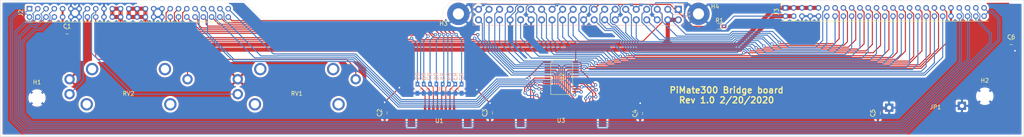
<source format=kicad_pcb>
(kicad_pcb (version 20171130) (host pcbnew "(5.1.5)-3")
  (layers (0 F.Cu signal) (31 B.Cu signal) (34 B.Paste user) (35 F.Paste user) (36 B.SilkS user) (37 F.SilkS user) (38 B.Mask user) (39 F.Mask user) (44 Edge.Cuts user))
  (net 0 "")
  (net 1 GNDD)
  (net 2 GND)
  (net 3 "Net-(J1-Pad1)")
  (net 4 +5V)
  (net 5 GPIO2)
  (net 6 GPIO3)
  (net 7 GPIO4)
  (net 8 GPIO14)
  (net 9 GPIO15)
  (net 10 GPIO17)
  (net 11 GPIO18)
  (net 12 GPIO27)
  (net 13 GPIO22)
  (net 14 GPIO23)
  (net 15 GPIO24)
  (net 16 GPIO10)
  (net 17 GPIO9)
  (net 18 GPIO25)
  (net 19 GPIO11)
  (net 20 GPIO8)
  (net 21 GPIO7)
  (net 22 GPIO0)
  (net 23 GPIO1)
  (net 24 GPIO5)
  (net 25 GPIO6)
  (net 26 GPIO12)
  (net 27 GPIO13)
  (net 28 GPIO19)
  (net 29 GPIO16)
  (net 30 GPIO26)
  (net 31 GPIO20)
  (net 32 GPIO21)
  (net 33 BRIGHTNESS)
  (net 34 GNDA)
  (net 35 CONTRAST)
  (net 36 +3.3VA)
  (net 37 +3V3)
  (net 38 "Net-(J2-Pad36)")
  (net 39 LED_CHRG)
  (net 40 "Net-(J2-Pad38)")
  (net 41 LED_PWR)
  (net 42 "Net-(J2-Pad40)")
  (net 43 "Net-(J2-Pad41)")
  (net 44 "Net-(J2-Pad42)")
  (net 45 "Net-(J2-Pad43)")
  (net 46 "Net-(J2-Pad44)")
  (net 47 "Net-(J2-Pad45)")
  (net 48 "Net-(J2-Pad46)")
  (net 49 "Net-(J2-Pad47)")
  (net 50 "Net-(J2-Pad48)")
  (net 51 "Net-(J2-Pad49)")
  (net 52 "Net-(J2-Pad50)")
  (net 53 "Net-(U2-Pad16)")
  (net 54 "Net-(U2-Pad17)")
  (net 55 "Net-(U2-Pad18)")
  (net 56 "Net-(U2-Pad19)")
  (net 57 "Net-(U2-Pad20)")
  (net 58 "Net-(U2-Pad21)")
  (net 59 "Net-(U2-Pad22)")
  (net 60 "Net-(U2-Pad8)")
  (net 61 "Net-(U2-Pad7)")
  (net 62 "Net-(U2-Pad6)")
  (net 63 "Net-(U2-Pad5)")
  (net 64 "Net-(U2-Pad4)")
  (net 65 "Net-(U2-Pad3)")
  (net 66 "Net-(U2-Pad23)")
  (net 67 "Net-(U2-Pad2)")
  (net 68 "Net-(U2-Pad9)")
  (net 69 USB3_DN)
  (net 70 USB3_DP)
  (net 71 USB2_DN)
  (net 72 USB2_DP)
  (net 73 USB1_DN)
  (net 74 USB1_DP)
  (net 75 USB0_DN)
  (net 76 USB0_DP)
  (module Socket_Strips:Socket_Strip_Angled_2x25_Pitch2.00mm (layer F.Cu) (at 27.0764 86.0552 90)
    (fp_text reference J2 (at -1 -2.1 90) (layer F.SilkS))
    (fp_text value LEFT_CON)
    (pad 1 thru_hole rect (at 0 0 90) (size 1.35 1.35) (drill 0.8) (layers *.Cu *.Mask) (net 69 USB3_DN))
    (pad 2 thru_hole oval (at -2 0 90) (size 1.35 1.35) (drill 0.8) (layers *.Cu *.Mask) (net 70 USB3_DP))
    (pad 3 thru_hole oval (at 0 2 90) (size 1.35 1.35) (drill 0.8) (layers *.Cu *.Mask) (net 71 USB2_DN))
    (pad 4 thru_hole oval (at -2 2 90) (size 1.35 1.35) (drill 0.8) (layers *.Cu *.Mask) (net 72 USB2_DP))
    (pad 5 thru_hole oval (at 0 4 90) (size 1.35 1.35) (drill 0.8) (layers *.Cu *.Mask) (net 73 USB1_DN))
    (pad 6 thru_hole oval (at -2 4 90) (size 1.35 1.35) (drill 0.8) (layers *.Cu *.Mask) (net 74 USB1_DP))
    (pad 7 thru_hole oval (at 0 6 90) (size 1.35 1.35) (drill 0.8) (layers *.Cu *.Mask) (net 75 USB0_DN))
    (pad 8 thru_hole oval (at -2 6 90) (size 1.35 1.35) (drill 0.8) (layers *.Cu *.Mask) (net 76 USB0_DP))
    (pad 9 thru_hole oval (at 0 8 90) (size 1.35 1.35) (drill 0.8) (layers *.Cu *.Mask) (net 1 GNDD))
    (pad 10 thru_hole oval (at -2 8 90) (size 1.35 1.35) (drill 0.8) (layers *.Cu *.Mask) (net 1 GNDD))
    (pad 11 thru_hole oval (at 0 10 90) (size 1.35 1.35) (drill 0.8) (layers *.Cu *.Mask) (net 2 GND))
    (pad 12 thru_hole oval (at -2 10 90) (size 1.35 1.35) (drill 0.8) (layers *.Cu *.Mask) (net 2 GND))
    (pad 13 thru_hole oval (at 0 12 90) (size 1.35 1.35) (drill 0.8) (layers *.Cu *.Mask) (net 2 GND))
    (pad 14 thru_hole oval (at -2 12 90) (size 1.35 1.35) (drill 0.8) (layers *.Cu *.Mask) (net 2 GND))
    (pad 15 thru_hole oval (at 0 14 90) (size 1.35 1.35) (drill 0.8) (layers *.Cu *.Mask) (net 35 CONTRAST))
    (pad 16 thru_hole oval (at -2 14 90) (size 1.35 1.35) (drill 0.8) (layers *.Cu *.Mask) (net 34 GNDA))
    (pad 17 thru_hole oval (at 0 16 90) (size 1.35 1.35) (drill 0.8) (layers *.Cu *.Mask) (net 33 BRIGHTNESS))
    (pad 18 thru_hole oval (at -2 16 90) (size 1.35 1.35) (drill 0.8) (layers *.Cu *.Mask) (net 36 +3.3VA))
    (pad 19 thru_hole oval (at 0 18 90) (size 1.35 1.35) (drill 0.8) (layers *.Cu *.Mask) (net 2 GND))
    (pad 20 thru_hole oval (at -2 18 90) (size 1.35 1.35) (drill 0.8) (layers *.Cu *.Mask) (net 2 GND))
    (pad 21 thru_hole oval (at 0 20 90) (size 1.35 1.35) (drill 0.8) (layers *.Cu *.Mask) (net 37 +3V3))
    (pad 22 thru_hole oval (at -2 20 90) (size 1.35 1.35) (drill 0.8) (layers *.Cu *.Mask) (net 37 +3V3))
    (pad 23 thru_hole oval (at 0 22 90) (size 1.35 1.35) (drill 0.8) (layers *.Cu *.Mask) (net 37 +3V3))
    (pad 24 thru_hole oval (at -2 22 90) (size 1.35 1.35) (drill 0.8) (layers *.Cu *.Mask) (net 37 +3V3))
    (pad 25 thru_hole oval (at 0 24 90) (size 1.35 1.35) (drill 0.8) (layers *.Cu *.Mask) (net 4 +5V))
    (pad 26 thru_hole oval (at -2 24 90) (size 1.35 1.35) (drill 0.8) (layers *.Cu *.Mask) (net 4 +5V))
    (pad 27 thru_hole oval (at 0 26 90) (size 1.35 1.35) (drill 0.8) (layers *.Cu *.Mask) (net 4 +5V))
    (pad 28 thru_hole oval (at -2 26 90) (size 1.35 1.35) (drill 0.8) (layers *.Cu *.Mask) (net 4 +5V))
    (pad 29 thru_hole oval (at 0 28 90) (size 1.35 1.35) (drill 0.8) (layers *.Cu *.Mask) (net 4 +5V))
    (pad 30 thru_hole oval (at -2 28 90) (size 1.35 1.35) (drill 0.8) (layers *.Cu *.Mask) (net 4 +5V))
    (pad 31 thru_hole oval (at 0 30 90) (size 1.35 1.35) (drill 0.8) (layers *.Cu *.Mask) (net 2 GND))
    (pad 32 thru_hole oval (at -2 30 90) (size 1.35 1.35) (drill 0.8) (layers *.Cu *.Mask) (net 2 GND))
    (pad 33 thru_hole oval (at 0 32 90) (size 1.35 1.35) (drill 0.8) (layers *.Cu *.Mask) (net 2 GND))
    (pad 34 thru_hole oval (at -2 32 90) (size 1.35 1.35) (drill 0.8) (layers *.Cu *.Mask) (net 2 GND))
    (pad 35 thru_hole oval (at 0 34 90) (size 1.35 1.35) (drill 0.8) (layers *.Cu *.Mask) (net 6 GPIO3))
    (pad 36 thru_hole oval (at -2 34 90) (size 1.35 1.35) (drill 0.8) (layers *.Cu *.Mask) (net 38 "Net-(J2-Pad36)"))
    (pad 37 thru_hole oval (at 0 36 90) (size 1.35 1.35) (drill 0.8) (layers *.Cu *.Mask) (net 39 LED_CHRG))
    (pad 38 thru_hole oval (at -2 36 90) (size 1.35 1.35) (drill 0.8) (layers *.Cu *.Mask) (net 40 "Net-(J2-Pad38)"))
    (pad 39 thru_hole oval (at 0 38 90) (size 1.35 1.35) (drill 0.8) (layers *.Cu *.Mask) (net 41 LED_PWR))
    (pad 40 thru_hole oval (at -2 38 90) (size 1.35 1.35) (drill 0.8) (layers *.Cu *.Mask) (net 42 "Net-(J2-Pad40)"))
    (pad 41 thru_hole oval (at 0 40 90) (size 1.35 1.35) (drill 0.8) (layers *.Cu *.Mask) (net 43 "Net-(J2-Pad41)"))
    (pad 42 thru_hole oval (at -2 40 90) (size 1.35 1.35) (drill 0.8) (layers *.Cu *.Mask) (net 44 "Net-(J2-Pad42)"))
    (pad 43 thru_hole oval (at 0 42 90) (size 1.35 1.35) (drill 0.8) (layers *.Cu *.Mask) (net 45 "Net-(J2-Pad43)"))
    (pad 44 thru_hole oval (at -2 42 90) (size 1.35 1.35) (drill 0.8) (layers *.Cu *.Mask) (net 46 "Net-(J2-Pad44)"))
    (pad 45 thru_hole oval (at 0 44 90) (size 1.35 1.35) (drill 0.8) (layers *.Cu *.Mask) (net 47 "Net-(J2-Pad45)"))
    (pad 46 thru_hole oval (at -2 44 90) (size 1.35 1.35) (drill 0.8) (layers *.Cu *.Mask) (net 48 "Net-(J2-Pad46)"))
    (pad 47 thru_hole oval (at 0 46 90) (size 1.35 1.35) (drill 0.8) (layers *.Cu *.Mask) (net 49 "Net-(J2-Pad47)"))
    (pad 48 thru_hole oval (at -2 46 90) (size 1.35 1.35) (drill 0.8) (layers *.Cu *.Mask) (net 50 "Net-(J2-Pad48)"))
    (pad 49 thru_hole oval (at 0 48 90) (size 1.35 1.35) (drill 0.8) (layers *.Cu *.Mask) (net 51 "Net-(J2-Pad49)"))
    (pad 50 thru_hole oval (at -2 48 90) (size 1.35 1.35) (drill 0.8) (layers *.Cu *.Mask) (net 52 "Net-(J2-Pad50)"))
  )
  (module Socket_Strips:Socket_Strip_Angled_2x25_Pitch2.00mm (layer F.Cu) (at 209.7024 85.852 90)
    (fp_text reference J3 (at -0.95 -2.15 90) (layer F.SilkS))
    (fp_text value RIGHT_CON)
    (pad 1 thru_hole rect (at 0 0 90) (size 1.35 1.35) (drill 0.8) (layers *.Cu *.Mask) (net 4 +5V))
    (pad 2 thru_hole oval (at -2 0 90) (size 1.35 1.35) (drill 0.8) (layers *.Cu *.Mask) (net 37 +3V3))
    (pad 3 thru_hole oval (at 0 2 90) (size 1.35 1.35) (drill 0.8) (layers *.Cu *.Mask) (net 4 +5V))
    (pad 4 thru_hole oval (at -2 2 90) (size 1.35 1.35) (drill 0.8) (layers *.Cu *.Mask) (net 37 +3V3))
    (pad 5 thru_hole oval (at 0 4 90) (size 1.35 1.35) (drill 0.8) (layers *.Cu *.Mask) (net 4 +5V))
    (pad 6 thru_hole oval (at -2 4 90) (size 1.35 1.35) (drill 0.8) (layers *.Cu *.Mask) (net 2 GND))
    (pad 7 thru_hole oval (at 0 6 90) (size 1.35 1.35) (drill 0.8) (layers *.Cu *.Mask) (net 4 +5V))
    (pad 8 thru_hole oval (at -2 6 90) (size 1.35 1.35) (drill 0.8) (layers *.Cu *.Mask) (net 2 GND))
    (pad 9 thru_hole oval (at 0 8 90) (size 1.35 1.35) (drill 0.8) (layers *.Cu *.Mask) (net 4 +5V))
    (pad 10 thru_hole oval (at -2 8 90) (size 1.35 1.35) (drill 0.8) (layers *.Cu *.Mask) (net 2 GND))
    (pad 11 thru_hole oval (at 0 10 90) (size 1.35 1.35) (drill 0.8) (layers *.Cu *.Mask) (net 5 GPIO2))
    (pad 12 thru_hole oval (at -2 10 90) (size 1.35 1.35) (drill 0.8) (layers *.Cu *.Mask) (net 8 GPIO14))
    (pad 13 thru_hole oval (at 0 12 90) (size 1.35 1.35) (drill 0.8) (layers *.Cu *.Mask) (net 6 GPIO3))
    (pad 14 thru_hole oval (at -2 12 90) (size 1.35 1.35) (drill 0.8) (layers *.Cu *.Mask) (net 9 GPIO15))
    (pad 15 thru_hole oval (at 0 14 90) (size 1.35 1.35) (drill 0.8) (layers *.Cu *.Mask) (net 7 GPIO4))
    (pad 16 thru_hole oval (at -2 14 90) (size 1.35 1.35) (drill 0.8) (layers *.Cu *.Mask) (net 11 GPIO18))
    (pad 17 thru_hole oval (at 0 16 90) (size 1.35 1.35) (drill 0.8) (layers *.Cu *.Mask) (net 10 GPIO17))
    (pad 18 thru_hole oval (at -2 16 90) (size 1.35 1.35) (drill 0.8) (layers *.Cu *.Mask) (net 14 GPIO23))
    (pad 19 thru_hole oval (at 0 18 90) (size 1.35 1.35) (drill 0.8) (layers *.Cu *.Mask) (net 12 GPIO27))
    (pad 20 thru_hole oval (at -2 18 90) (size 1.35 1.35) (drill 0.8) (layers *.Cu *.Mask) (net 15 GPIO24))
    (pad 21 thru_hole oval (at 0 20 90) (size 1.35 1.35) (drill 0.8) (layers *.Cu *.Mask) (net 13 GPIO22))
    (pad 22 thru_hole oval (at -2 20 90) (size 1.35 1.35) (drill 0.8) (layers *.Cu *.Mask) (net 18 GPIO25))
    (pad 23 thru_hole oval (at 0 22 90) (size 1.35 1.35) (drill 0.8) (layers *.Cu *.Mask) (net 16 GPIO10))
    (pad 24 thru_hole oval (at -2 22 90) (size 1.35 1.35) (drill 0.8) (layers *.Cu *.Mask) (net 20 GPIO8))
    (pad 25 thru_hole oval (at 0 24 90) (size 1.35 1.35) (drill 0.8) (layers *.Cu *.Mask) (net 17 GPIO9))
    (pad 26 thru_hole oval (at -2 24 90) (size 1.35 1.35) (drill 0.8) (layers *.Cu *.Mask) (net 21 GPIO7))
    (pad 27 thru_hole oval (at 0 26 90) (size 1.35 1.35) (drill 0.8) (layers *.Cu *.Mask) (net 19 GPIO11))
    (pad 28 thru_hole oval (at -2 26 90) (size 1.35 1.35) (drill 0.8) (layers *.Cu *.Mask) (net 23 GPIO1))
    (pad 29 thru_hole oval (at 0 28 90) (size 1.35 1.35) (drill 0.8) (layers *.Cu *.Mask) (net 22 GPIO0))
    (pad 30 thru_hole oval (at -2 28 90) (size 1.35 1.35) (drill 0.8) (layers *.Cu *.Mask) (net 26 GPIO12))
    (pad 31 thru_hole oval (at 0 30 90) (size 1.35 1.35) (drill 0.8) (layers *.Cu *.Mask) (net 24 GPIO5))
    (pad 32 thru_hole oval (at -2 30 90) (size 1.35 1.35) (drill 0.8) (layers *.Cu *.Mask) (net 29 GPIO16))
    (pad 33 thru_hole oval (at 0 32 90) (size 1.35 1.35) (drill 0.8) (layers *.Cu *.Mask) (net 25 GPIO6))
    (pad 34 thru_hole oval (at -2 32 90) (size 1.35 1.35) (drill 0.8) (layers *.Cu *.Mask) (net 31 GPIO20))
    (pad 35 thru_hole oval (at 0 34 90) (size 1.35 1.35) (drill 0.8) (layers *.Cu *.Mask) (net 27 GPIO13))
    (pad 36 thru_hole oval (at -2 34 90) (size 1.35 1.35) (drill 0.8) (layers *.Cu *.Mask) (net 32 GPIO21))
    (pad 37 thru_hole oval (at 0 36 90) (size 1.35 1.35) (drill 0.8) (layers *.Cu *.Mask) (net 28 GPIO19))
    (pad 38 thru_hole oval (at -2 36 90) (size 1.35 1.35) (drill 0.8) (layers *.Cu *.Mask) (net 41 LED_PWR))
    (pad 39 thru_hole oval (at 0 38 90) (size 1.35 1.35) (drill 0.8) (layers *.Cu *.Mask) (net 30 GPIO26))
    (pad 40 thru_hole oval (at -2 38 90) (size 1.35 1.35) (drill 0.8) (layers *.Cu *.Mask) (net 39 LED_CHRG))
    (pad 41 thru_hole oval (at 0 40 90) (size 1.35 1.35) (drill 0.8) (layers *.Cu *.Mask) (net 1 GNDD))
    (pad 42 thru_hole oval (at -2 40 90) (size 1.35 1.35) (drill 0.8) (layers *.Cu *.Mask) (net 1 GNDD))
    (pad 43 thru_hole oval (at 0 42 90) (size 1.35 1.35) (drill 0.8) (layers *.Cu *.Mask) (net 75 USB0_DN))
    (pad 44 thru_hole oval (at -2 42 90) (size 1.35 1.35) (drill 0.8) (layers *.Cu *.Mask) (net 76 USB0_DP))
    (pad 45 thru_hole oval (at 0 44 90) (size 1.35 1.35) (drill 0.8) (layers *.Cu *.Mask) (net 73 USB1_DN))
    (pad 46 thru_hole oval (at -2 44 90) (size 1.35 1.35) (drill 0.8) (layers *.Cu *.Mask) (net 74 USB1_DP))
    (pad 47 thru_hole oval (at 0 46 90) (size 1.35 1.35) (drill 0.8) (layers *.Cu *.Mask) (net 71 USB2_DN))
    (pad 48 thru_hole oval (at -2 46 90) (size 1.35 1.35) (drill 0.8) (layers *.Cu *.Mask) (net 72 USB2_DP))
    (pad 49 thru_hole oval (at 0 48 90) (size 1.35 1.35) (drill 0.8) (layers *.Cu *.Mask) (net 69 USB3_DN))
    (pad 50 thru_hole oval (at -2 48 90) (size 1.35 1.35) (drill 0.8) (layers *.Cu *.Mask) (net 70 USB3_DP))
  )
  (module Socket_Strips:Socket_Strip_Straight_2x20_Pitch2.54mm (layer B.Cu) (at 183.825 86.2 90)
    (fp_text reference J1 (at -1.27 2.33 90) (layer B.SilkS) (effects (justify mirror)))
    (fp_text value PI_CON)
    (pad 1 thru_hole rect (at 0 0 90) (size 1.7 1.7) (drill 1) (layers *.Cu *.Mask) (net 3 "Net-(J1-Pad1)"))
    (pad 2 thru_hole oval (at -2.54 0 90) (size 1.7 1.7) (drill 1) (layers *.Cu *.Mask) (net 4 +5V))
    (pad 3 thru_hole oval (at 0 -2.54 90) (size 1.7 1.7) (drill 1) (layers *.Cu *.Mask) (net 5 GPIO2))
    (pad 4 thru_hole oval (at -2.54 -2.54 90) (size 1.7 1.7) (drill 1) (layers *.Cu *.Mask) (net 4 +5V))
    (pad 5 thru_hole oval (at 0 -5.08 90) (size 1.7 1.7) (drill 1) (layers *.Cu *.Mask) (net 6 GPIO3))
    (pad 6 thru_hole oval (at -2.54 -5.08 90) (size 1.7 1.7) (drill 1) (layers *.Cu *.Mask) (net 2 GND))
    (pad 7 thru_hole oval (at 0 -7.62 90) (size 1.7 1.7) (drill 1) (layers *.Cu *.Mask) (net 7 GPIO4))
    (pad 8 thru_hole oval (at -2.54 -7.62 90) (size 1.7 1.7) (drill 1) (layers *.Cu *.Mask) (net 8 GPIO14))
    (pad 9 thru_hole oval (at 0 -10.16 90) (size 1.7 1.7) (drill 1) (layers *.Cu *.Mask) (net 2 GND))
    (pad 10 thru_hole oval (at -2.54 -10.16 90) (size 1.7 1.7) (drill 1) (layers *.Cu *.Mask) (net 9 GPIO15))
    (pad 11 thru_hole oval (at 0 -12.7 90) (size 1.7 1.7) (drill 1) (layers *.Cu *.Mask) (net 10 GPIO17))
    (pad 12 thru_hole oval (at -2.54 -12.7 90) (size 1.7 1.7) (drill 1) (layers *.Cu *.Mask) (net 11 GPIO18))
    (pad 13 thru_hole oval (at 0 -15.24 90) (size 1.7 1.7) (drill 1) (layers *.Cu *.Mask) (net 12 GPIO27))
    (pad 14 thru_hole oval (at -2.54 -15.24 90) (size 1.7 1.7) (drill 1) (layers *.Cu *.Mask) (net 2 GND))
    (pad 15 thru_hole oval (at 0 -17.78 90) (size 1.7 1.7) (drill 1) (layers *.Cu *.Mask) (net 13 GPIO22))
    (pad 16 thru_hole oval (at -2.54 -17.78 90) (size 1.7 1.7) (drill 1) (layers *.Cu *.Mask) (net 14 GPIO23))
    (pad 17 thru_hole oval (at 0 -20.32 90) (size 1.7 1.7) (drill 1) (layers *.Cu *.Mask) (net 3 "Net-(J1-Pad1)"))
    (pad 18 thru_hole oval (at -2.54 -20.32 90) (size 1.7 1.7) (drill 1) (layers *.Cu *.Mask) (net 15 GPIO24))
    (pad 19 thru_hole oval (at 0 -22.86 90) (size 1.7 1.7) (drill 1) (layers *.Cu *.Mask) (net 16 GPIO10))
    (pad 20 thru_hole oval (at -2.54 -22.86 90) (size 1.7 1.7) (drill 1) (layers *.Cu *.Mask) (net 2 GND))
    (pad 21 thru_hole oval (at 0 -25.4 90) (size 1.7 1.7) (drill 1) (layers *.Cu *.Mask) (net 17 GPIO9))
    (pad 22 thru_hole oval (at -2.54 -25.4 90) (size 1.7 1.7) (drill 1) (layers *.Cu *.Mask) (net 18 GPIO25))
    (pad 23 thru_hole oval (at 0 -27.94 90) (size 1.7 1.7) (drill 1) (layers *.Cu *.Mask) (net 19 GPIO11))
    (pad 24 thru_hole oval (at -2.54 -27.94 90) (size 1.7 1.7) (drill 1) (layers *.Cu *.Mask) (net 20 GPIO8))
    (pad 25 thru_hole oval (at 0 -30.48 90) (size 1.7 1.7) (drill 1) (layers *.Cu *.Mask) (net 2 GND))
    (pad 26 thru_hole oval (at -2.54 -30.48 90) (size 1.7 1.7) (drill 1) (layers *.Cu *.Mask) (net 21 GPIO7))
    (pad 27 thru_hole oval (at 0 -33.02 90) (size 1.7 1.7) (drill 1) (layers *.Cu *.Mask) (net 22 GPIO0))
    (pad 28 thru_hole oval (at -2.54 -33.02 90) (size 1.7 1.7) (drill 1) (layers *.Cu *.Mask) (net 23 GPIO1))
    (pad 29 thru_hole oval (at 0 -35.56 90) (size 1.7 1.7) (drill 1) (layers *.Cu *.Mask) (net 24 GPIO5))
    (pad 30 thru_hole oval (at -2.54 -35.56 90) (size 1.7 1.7) (drill 1) (layers *.Cu *.Mask) (net 2 GND))
    (pad 31 thru_hole oval (at 0 -38.1 90) (size 1.7 1.7) (drill 1) (layers *.Cu *.Mask) (net 25 GPIO6))
    (pad 32 thru_hole oval (at -2.54 -38.1 90) (size 1.7 1.7) (drill 1) (layers *.Cu *.Mask) (net 26 GPIO12))
    (pad 33 thru_hole oval (at 0 -40.64 90) (size 1.7 1.7) (drill 1) (layers *.Cu *.Mask) (net 27 GPIO13))
    (pad 34 thru_hole oval (at -2.54 -40.64 90) (size 1.7 1.7) (drill 1) (layers *.Cu *.Mask) (net 2 GND))
    (pad 35 thru_hole oval (at 0 -43.18 90) (size 1.7 1.7) (drill 1) (layers *.Cu *.Mask) (net 28 GPIO19))
    (pad 36 thru_hole oval (at -2.54 -43.18 90) (size 1.7 1.7) (drill 1) (layers *.Cu *.Mask) (net 29 GPIO16))
    (pad 37 thru_hole oval (at 0 -45.72 90) (size 1.7 1.7) (drill 1) (layers *.Cu *.Mask) (net 30 GPIO26))
    (pad 38 thru_hole oval (at -2.54 -45.72 90) (size 1.7 1.7) (drill 1) (layers *.Cu *.Mask) (net 31 GPIO20))
    (pad 39 thru_hole oval (at 0 -48.26 90) (size 1.7 1.7) (drill 1) (layers *.Cu *.Mask) (net 2 GND))
    (pad 40 thru_hole oval (at -2.54 -48.26 90) (size 1.7 1.7) (drill 1) (layers *.Cu *.Mask) (net 32 GPIO21))
  )
  (module Oddities:NetTie-I (layer F.Cu) (at 265.3792 105.4354)
    (fp_text reference JP1 (at -19.4056 4.3942) (layer F.SilkS))
    (fp_text value Jumper)
    (pad 1 thru_hole rect (at -13.0302 4.0894) (size 1.99898 1.99898) (drill 1.00076) (layers *.Cu *.Mask) (net 2 GND))
    (pad 2 thru_hole rect (at -30.607 4.5212) (size 1.99898 1.99898) (drill 1.00076) (layers *.Cu *.Mask) (net 2 GND))
  )
  (module "eMate 300 Pi:FH12-16S-1SH" (layer F.Cu) (at 155.65 113.16)
    (fp_text reference U3 (at -0.15 -0.1) (layer F.SilkS))
    (fp_text value KBD_COL hide)
    (pad "" smd rect (at 9.9 0.25) (size 1.8 2.2) (layers F.Cu F.Paste F.Mask))
    (pad "" smd rect (at -9.9 0.25) (size 1.8 2.2) (layers F.Cu F.Paste F.Mask))
    (pad 16 smd rect (at 7.5 -3) (size 0.6 1.3) (layers F.Cu F.Paste F.Mask) (net 53 "Net-(U2-Pad16)"))
    (pad 15 smd rect (at 6.5 -3) (size 0.6 1.3) (layers F.Cu F.Paste F.Mask) (net 54 "Net-(U2-Pad17)"))
    (pad 14 smd rect (at 5.5 -3) (size 0.6 1.3) (layers F.Cu F.Paste F.Mask) (net 55 "Net-(U2-Pad18)"))
    (pad 13 smd rect (at 4.5 -3) (size 0.6 1.3) (layers F.Cu F.Paste F.Mask) (net 56 "Net-(U2-Pad19)"))
    (pad 12 smd rect (at 3.5 -3) (size 0.6 1.3) (layers F.Cu F.Paste F.Mask) (net 57 "Net-(U2-Pad20)"))
    (pad 11 smd rect (at 2.5 -3) (size 0.6 1.3) (layers F.Cu F.Paste F.Mask) (net 58 "Net-(U2-Pad21)"))
    (pad 10 smd rect (at 1.5 -3) (size 0.6 1.3) (layers F.Cu F.Paste F.Mask) (net 59 "Net-(U2-Pad22)"))
    (pad 9 smd rect (at 0.5 -3) (size 0.6 1.3) (layers F.Cu F.Paste F.Mask) (net 66 "Net-(U2-Pad23)"))
    (pad 1 smd rect (at -7.5 -3) (size 0.6 1.3) (layers F.Cu F.Paste F.Mask) (net 68 "Net-(U2-Pad9)"))
    (pad 2 smd rect (at -6.5 -3) (size 0.6 1.3) (layers F.Cu F.Paste F.Mask) (net 60 "Net-(U2-Pad8)"))
    (pad 3 smd rect (at -5.5 -3) (size 0.6 1.3) (layers F.Cu F.Paste F.Mask) (net 61 "Net-(U2-Pad7)"))
    (pad 4 smd rect (at -4.5 -3) (size 0.6 1.3) (layers F.Cu F.Paste F.Mask) (net 62 "Net-(U2-Pad6)"))
    (pad 5 smd rect (at -3.5 -3) (size 0.6 1.3) (layers F.Cu F.Paste F.Mask) (net 63 "Net-(U2-Pad5)"))
    (pad 6 smd rect (at -2.5 -3) (size 0.6 1.3) (layers F.Cu F.Paste F.Mask) (net 64 "Net-(U2-Pad4)"))
    (pad 8 smd rect (at -0.5 -3) (size 0.6 1.3) (layers F.Cu F.Paste F.Mask) (net 67 "Net-(U2-Pad2)"))
    (pad 7 smd rect (at -1.5 -3) (size 0.6 1.3) (layers F.Cu F.Paste F.Mask) (net 65 "Net-(U2-Pad3)"))
  )
  (module "eMate 300 Pi:FH12-08S-1SH" (layer F.Cu) (at 126.15 113.16)
    (fp_text reference U1 (at -0.0644 -0.0284) (layer F.SilkS))
    (fp_text value KBD_ROW hide)
    (pad "" smd rect (at 6.8 0.25) (size 1.8 2.2) (layers F.Cu F.Paste F.Mask))
    (pad "" smd rect (at -6.8 0.25) (size 1.8 2.2) (layers F.Cu F.Paste F.Mask))
    (pad 1 smd rect (at -3.5 -3) (size 0.6 1.3) (layers F.Cu F.Paste F.Mask) (net 38 "Net-(J2-Pad36)"))
    (pad 2 smd rect (at -2.5 -3) (size 0.6 1.3) (layers F.Cu F.Paste F.Mask) (net 40 "Net-(J2-Pad38)"))
    (pad 3 smd rect (at -1.5 -3) (size 0.6 1.3) (layers F.Cu F.Paste F.Mask) (net 42 "Net-(J2-Pad40)"))
    (pad 4 smd rect (at -0.5 -3) (size 0.6 1.3) (layers F.Cu F.Paste F.Mask) (net 44 "Net-(J2-Pad42)"))
    (pad 5 smd rect (at 0.5 -3) (size 0.6 1.3) (layers F.Cu F.Paste F.Mask) (net 46 "Net-(J2-Pad44)"))
    (pad 6 smd rect (at 1.5 -3) (size 0.6 1.3) (layers F.Cu F.Paste F.Mask) (net 48 "Net-(J2-Pad46)"))
    (pad 8 smd rect (at 3.5 -3) (size 0.6 1.3) (layers F.Cu F.Paste F.Mask) (net 52 "Net-(J2-Pad50)"))
    (pad 7 smd rect (at 2.5 -3) (size 0.6 1.3) (layers F.Cu F.Paste F.Mask) (net 50 "Net-(J2-Pad48)"))
  )
  (module Mounting_Holes:MountingHole_2.7mm_Pad (layer F.Cu) (at 188.7 87.3)
    (fp_text reference H4 (at 4.0098 -1.7528) (layer F.SilkS))
    (fp_text value PiMount)
    (pad 1 thru_hole circle (at 0 0) (size 5.4 5.4) (drill 2.7) (layers *.Cu *.Mask) (net 2 GND))
  )
  (module Mounting_Holes:MountingHole_2.7mm_Pad (layer F.Cu) (at 130.7 87.3)
    (fp_text reference H3 (at -3.5984 2.3366) (layer F.SilkS))
    (fp_text value PiMount)
    (pad 1 thru_hole circle (at 0 0) (size 5.4 5.4) (drill 2.7) (layers *.Cu *.Mask) (net 2 GND))
  )
  (module Mounting_Holes:MountingHole_3.2mm_M3_DIN965 (layer F.Cu) (at 257.871 107.2)
    (fp_text reference H2 (at 0 -3.8) (layer F.SilkS))
    (fp_text value CaseMount)
    (pad 1 np_thru_hole circle (at 0 0) (size 3.2 3.2) (drill 3.2) (layers *.Cu *.Mask) (net 2 GND))
  )
  (module Mounting_Holes:MountingHole_3.2mm_M3_DIN965 (layer F.Cu) (at 28.89 107.62)
    (fp_text reference H1 (at 0 -3.8) (layer F.SilkS))
    (fp_text value CaseMount)
    (pad 1 np_thru_hole circle (at 0 0) (size 3.2 3.2) (drill 3.2) (layers *.Cu *.Mask) (net 2 GND))
  )
  (module "eMate 300 Pi:CD74HC4067" (layer F.Cu) (at 155.6512 102.5144 270)
    (fp_text reference U2 (at 0.0508 -0.1016 270) (layer F.SilkS))
    (fp_text value CD74HC4067SM)
    (pad 12 smd rect (at 3.575 3.3 270) (size 0.38 1.6) (layers F.Cu F.Paste F.Mask) (net 2 GND))
    (pad 13 smd rect (at 3.575 -3.3 270) (size 0.38 1.6) (layers F.Cu F.Paste F.Mask) (net 47 "Net-(J2-Pad45)"))
    (pad 11 smd rect (at 2.925 3.3 270) (size 0.38 1.6) (layers F.Cu F.Paste F.Mask) (net 43 "Net-(J2-Pad41)"))
    (pad 14 smd rect (at 2.925 -3.3 270) (size 0.38 1.6) (layers F.Cu F.Paste F.Mask) (net 49 "Net-(J2-Pad47)"))
    (pad 10 smd rect (at 2.275 3.3 270) (size 0.38 1.6) (layers F.Cu F.Paste F.Mask) (net 45 "Net-(J2-Pad43)"))
    (pad 15 smd rect (at 2.275 -3.3 270) (size 0.38 1.6) (layers F.Cu F.Paste F.Mask) (net 37 +3V3))
    (pad 9 smd rect (at 1.625 3.3 270) (size 0.38 1.6) (layers F.Cu F.Paste F.Mask) (net 68 "Net-(U2-Pad9)"))
    (pad 16 smd rect (at 1.625 -3.3 270) (size 0.38 1.6) (layers F.Cu F.Paste F.Mask) (net 53 "Net-(U2-Pad16)"))
    (pad 8 smd rect (at 0.975 3.3 270) (size 0.38 1.6) (layers F.Cu F.Paste F.Mask) (net 60 "Net-(U2-Pad8)"))
    (pad 17 smd rect (at 0.975 -3.3 270) (size 0.38 1.6) (layers F.Cu F.Paste F.Mask) (net 54 "Net-(U2-Pad17)"))
    (pad 7 smd rect (at 0.325 3.3 270) (size 0.38 1.6) (layers F.Cu F.Paste F.Mask) (net 61 "Net-(U2-Pad7)"))
    (pad 18 smd rect (at 0.325 -3.3 270) (size 0.38 1.6) (layers F.Cu F.Paste F.Mask) (net 55 "Net-(U2-Pad18)"))
    (pad 6 smd rect (at -0.325 3.3 270) (size 0.38 1.6) (layers F.Cu F.Paste F.Mask) (net 62 "Net-(U2-Pad6)"))
    (pad 19 smd rect (at -0.325 -3.3 270) (size 0.38 1.6) (layers F.Cu F.Paste F.Mask) (net 56 "Net-(U2-Pad19)"))
    (pad 5 smd rect (at -0.975 3.3 270) (size 0.38 1.6) (layers F.Cu F.Paste F.Mask) (net 63 "Net-(U2-Pad5)"))
    (pad 20 smd rect (at -0.975 -3.3 270) (size 0.38 1.6) (layers F.Cu F.Paste F.Mask) (net 57 "Net-(U2-Pad20)"))
    (pad 4 smd rect (at -1.625 3.3 270) (size 0.38 1.6) (layers F.Cu F.Paste F.Mask) (net 64 "Net-(U2-Pad4)"))
    (pad 21 smd rect (at -1.625 -3.3 270) (size 0.38 1.6) (layers F.Cu F.Paste F.Mask) (net 58 "Net-(U2-Pad21)"))
    (pad 3 smd rect (at -2.275 3.3 270) (size 0.38 1.6) (layers F.Cu F.Paste F.Mask) (net 65 "Net-(U2-Pad3)"))
    (pad 22 smd rect (at -2.275 -3.3 270) (size 0.38 1.6) (layers F.Cu F.Paste F.Mask) (net 59 "Net-(U2-Pad22)"))
    (pad 2 smd rect (at -2.925 3.3 270) (size 0.38 1.6) (layers F.Cu F.Paste F.Mask) (net 67 "Net-(U2-Pad2)"))
    (pad 23 smd rect (at -2.925 -3.3 270) (size 0.38 1.6) (layers F.Cu F.Paste F.Mask) (net 66 "Net-(U2-Pad23)"))
    (pad 1 smd rect (at -3.575 3.3 270) (size 0.38 1.6) (layers F.Cu F.Paste F.Mask) (net 51 "Net-(J2-Pad49)"))
    (pad 24 smd rect (at -3.575 -3.3 270) (size 0.38 1.6) (layers F.Cu F.Paste F.Mask) (net 37 +3V3))
  )
  (module "eMate 300 Pi:PTA1543" (layer F.Cu) (at 51.002 104.894)
    (fp_text reference RV2 (at 0 1.65) (layer F.SilkS))
    (fp_text value CONTRAST)
    (pad "" thru_hole circle (at 10.1 4.25) (size 3 3) (drill 2) (layers *.Cu *.Mask))
    (pad "" thru_hole circle (at -10.1 4.25) (size 3 3) (drill 2) (layers *.Cu *.Mask))
    (pad "" thru_hole circle (at 8.8 -4.25) (size 3 3) (drill 2) (layers *.Cu *.Mask))
    (pad "" thru_hole circle (at -8.8 -4.25) (size 3 3) (drill 2) (layers *.Cu *.Mask))
    (pad 3 thru_hole circle (at 14.25 -1.8) (size 2.5 2.5) (drill 1.5) (layers *.Cu *.Mask) (net 36 +3.3VA))
    (pad 2 thru_hole circle (at -14.25 1.8) (size 2.5 2.5) (drill 1.5) (layers *.Cu *.Mask) (net 35 CONTRAST))
    (pad 1 thru_hole circle (at -14.25 -1.8) (size 2.5 2.5) (drill 1.5) (layers *.Cu *.Mask) (net 34 GNDA))
  )
  (module "eMate 300 Pi:PTA1543" (layer F.Cu) (at 91.642 104.894)
    (fp_text reference RV1 (at 0 1.65) (layer F.SilkS))
    (fp_text value BRIGHTNESS)
    (pad "" thru_hole circle (at 10.1 4.25) (size 3 3) (drill 2) (layers *.Cu *.Mask))
    (pad "" thru_hole circle (at -10.1 4.25) (size 3 3) (drill 2) (layers *.Cu *.Mask))
    (pad "" thru_hole circle (at 8.8 -4.25) (size 3 3) (drill 2) (layers *.Cu *.Mask))
    (pad "" thru_hole circle (at -8.8 -4.25) (size 3 3) (drill 2) (layers *.Cu *.Mask))
    (pad 3 thru_hole circle (at 14.25 -1.8) (size 2.5 2.5) (drill 1.5) (layers *.Cu *.Mask) (net 36 +3.3VA))
    (pad 2 thru_hole circle (at -14.25 1.8) (size 2.5 2.5) (drill 1.5) (layers *.Cu *.Mask) (net 33 BRIGHTNESS))
    (pad 1 thru_hole circle (at -14.25 -1.8) (size 2.5 2.5) (drill 1.5) (layers *.Cu *.Mask) (net 34 GNDA))
  )
  (module Resistors_SMD:R_0603_HandSoldering (layer B.Cu) (at 120.8024 105.3846 270)
    (fp_text reference R9 (at -3.0304 -0.1016 270) (layer B.SilkS) (effects (justify mirror)))
    (fp_text value 4.7M)
    (pad 1 smd rect (at -1.1 0 270) (size 1.2 0.9) (layers B.Cu B.Paste B.Mask) (net 38 "Net-(J2-Pad36)"))
    (pad 2 smd rect (at 1.1 0 270) (size 1.2 0.9) (layers B.Cu B.Paste B.Mask) (net 2 GND))
  )
  (module Resistors_SMD:R_0603_HandSoldering (layer B.Cu) (at 122.3264 105.3846 270)
    (fp_text reference R8 (at -2.9972 -0.1016 270) (layer B.SilkS) (effects (justify mirror)))
    (fp_text value 4.7M)
    (pad 1 smd rect (at -1.1 0 270) (size 1.2 0.9) (layers B.Cu B.Paste B.Mask) (net 40 "Net-(J2-Pad38)"))
    (pad 2 smd rect (at 1.1 0 270) (size 1.2 0.9) (layers B.Cu B.Paste B.Mask) (net 2 GND))
  )
  (module Resistors_SMD:R_0603_HandSoldering (layer B.Cu) (at 123.8504 105.3846 270)
    (fp_text reference R7 (at -2.9464 0 270) (layer B.SilkS) (effects (justify mirror)))
    (fp_text value 4.7M)
    (pad 1 smd rect (at -1.1 0 270) (size 1.2 0.9) (layers B.Cu B.Paste B.Mask) (net 42 "Net-(J2-Pad40)"))
    (pad 2 smd rect (at 1.1 0 270) (size 1.2 0.9) (layers B.Cu B.Paste B.Mask) (net 2 GND))
  )
  (module Resistors_SMD:R_0603_HandSoldering (layer B.Cu) (at 125.3744 105.3846 270)
    (fp_text reference R6 (at -2.9464 0 270) (layer B.SilkS) (effects (justify mirror)))
    (fp_text value 4.7M)
    (pad 1 smd rect (at -1.1 0 270) (size 1.2 0.9) (layers B.Cu B.Paste B.Mask) (net 44 "Net-(J2-Pad42)"))
    (pad 2 smd rect (at 1.1 0 270) (size 1.2 0.9) (layers B.Cu B.Paste B.Mask) (net 2 GND))
  )
  (module Resistors_SMD:R_0603_HandSoldering (layer B.Cu) (at 126.8984 105.3846 270)
    (fp_text reference R5 (at -2.9464 0 270) (layer B.SilkS) (effects (justify mirror)))
    (fp_text value 4.7M)
    (pad 1 smd rect (at -1.1 0 270) (size 1.2 0.9) (layers B.Cu B.Paste B.Mask) (net 46 "Net-(J2-Pad44)"))
    (pad 2 smd rect (at 1.1 0 270) (size 1.2 0.9) (layers B.Cu B.Paste B.Mask) (net 2 GND))
  )
  (module Resistors_SMD:R_0603_HandSoldering (layer B.Cu) (at 128.4224 105.3846 270)
    (fp_text reference R4 (at -2.9464 0 270) (layer B.SilkS) (effects (justify mirror)))
    (fp_text value 4.7M)
    (pad 1 smd rect (at -1.1 0 270) (size 1.2 0.9) (layers B.Cu B.Paste B.Mask) (net 48 "Net-(J2-Pad46)"))
    (pad 2 smd rect (at 1.1 0 270) (size 1.2 0.9) (layers B.Cu B.Paste B.Mask) (net 2 GND))
  )
  (module Resistors_SMD:R_0603_HandSoldering (layer B.Cu) (at 129.9464 105.3846 270)
    (fp_text reference R3 (at -2.9464 0 270) (layer B.SilkS) (effects (justify mirror)))
    (fp_text value 4.7M)
    (pad 1 smd rect (at -1.1 0 270) (size 1.2 0.9) (layers B.Cu B.Paste B.Mask) (net 50 "Net-(J2-Pad48)"))
    (pad 2 smd rect (at 1.1 0 270) (size 1.2 0.9) (layers B.Cu B.Paste B.Mask) (net 2 GND))
  )
  (module Resistors_SMD:R_0603_HandSoldering (layer B.Cu) (at 131.4704 105.3846 270)
    (fp_text reference R2 (at -2.9464 0 270) (layer B.SilkS) (effects (justify mirror)))
    (fp_text value 4.7M)
    (pad 1 smd rect (at -1.1 0 270) (size 1.2 0.9) (layers B.Cu B.Paste B.Mask) (net 52 "Net-(J2-Pad50)"))
    (pad 2 smd rect (at 1.1 0 270) (size 1.2 0.9) (layers B.Cu B.Paste B.Mask) (net 2 GND))
  )
  (module Resistors_SMD:R_0603_HandSoldering (layer F.Cu) (at 193.7512 90.3224)
    (fp_text reference R1 (at 0 -1.45) (layer F.SilkS))
    (fp_text value 10K)
    (pad 1 smd rect (at -1.1 0) (size 1.2 0.9) (layers F.Cu F.Paste F.Mask) (net 3 "Net-(J1-Pad1)"))
    (pad 2 smd rect (at 1.1 0) (size 1.2 0.9) (layers F.Cu F.Paste F.Mask) (net 37 +3V3))
  )
  (module Capacitors_SMD:C_0603_HandSoldering (layer F.Cu) (at 264.2514 94.1324)
    (fp_text reference C6 (at 0 -1.25) (layer F.SilkS))
    (fp_text value 1uF)
    (pad 1 smd rect (at -0.95 0) (size 1.2 0.75) (layers F.Cu F.Paste F.Mask) (net 1 GNDD))
    (pad 2 smd rect (at 0.95 0) (size 1.2 0.75) (layers F.Cu F.Paste F.Mask) (net 2 GND))
  )
  (module Capacitors_SMD:C_0603_HandSoldering (layer F.Cu) (at 232.0544 111.2774 90)
    (fp_text reference C5 (at 0 -1.25 90) (layer F.SilkS))
    (fp_text value 1uF)
    (pad 1 smd rect (at -0.95 0 90) (size 1.2 0.75) (layers F.Cu F.Paste F.Mask) (net 1 GNDD))
    (pad 2 smd rect (at 0.95 0 90) (size 1.2 0.75) (layers F.Cu F.Paste F.Mask) (net 2 GND))
  )
  (module Capacitors_SMD:C_0603_HandSoldering (layer F.Cu) (at 174.5996 111.3536 90)
    (fp_text reference C4 (at 0 -1.25 90) (layer F.SilkS))
    (fp_text value 1uF)
    (pad 1 smd rect (at -0.95 0 90) (size 1.2 0.75) (layers F.Cu F.Paste F.Mask) (net 1 GNDD))
    (pad 2 smd rect (at 0.95 0 90) (size 1.2 0.75) (layers F.Cu F.Paste F.Mask) (net 2 GND))
  )
  (module Capacitors_SMD:C_0603_HandSoldering (layer F.Cu) (at 138.3284 111.2012 90)
    (fp_text reference C3 (at 0 -1.25 90) (layer F.SilkS))
    (fp_text value 1uF)
    (pad 1 smd rect (at -0.95 0 90) (size 1.2 0.75) (layers F.Cu F.Paste F.Mask) (net 1 GNDD))
    (pad 2 smd rect (at 0.95 0 90) (size 1.2 0.75) (layers F.Cu F.Paste F.Mask) (net 2 GND))
  )
  (module Capacitors_SMD:C_0603_HandSoldering (layer F.Cu) (at 112.8776 111.2012 90)
    (fp_text reference C2 (at 0 -1.25 90) (layer F.SilkS))
    (fp_text value 1uF)
    (pad 1 smd rect (at -0.95 0 90) (size 1.2 0.75) (layers F.Cu F.Paste F.Mask) (net 1 GNDD))
    (pad 2 smd rect (at 0.95 0 90) (size 1.2 0.75) (layers F.Cu F.Paste F.Mask) (net 2 GND))
  )
  (module Capacitors_SMD:C_0603_HandSoldering (layer F.Cu) (at 36.1696 91.5416)
    (fp_text reference C1 (at 0 -1.25) (layer F.SilkS))
    (fp_text value 1uF)
    (pad 1 smd rect (at -0.95 0) (size 1.2 0.75) (layers F.Cu F.Paste F.Mask) (net 1 GNDD))
    (pad 2 smd rect (at 0.95 0) (size 1.2 0.75) (layers F.Cu F.Paste F.Mask) (net 2 GND))
  )
  (gr_text "PiMate300 Bridge board\nRev 1.0 2/20/2020" (at 195.4784 106.934) (layer F.SilkS) (effects (font (size 1.5 1.5) (thickness 0.3))))
  (gr_line (start 78.9432 83.9978) (end 83.5152 88.5698) (layer Edge.Cuts) (width 0.05))
  (gr_line (start 126.9746 86.2076) (end 129.1844 84) (layer Edge.Cuts) (width 0.05))
  (gr_line (start 126.9746 88.5698) (end 126.9746 86.2076) (layer Edge.Cuts) (width 0.05))
  (gr_line (start 129.1844 84) (end 267.3096 84) (layer Edge.Cuts) (width 0.05))
  (gr_line (start 83.5152 88.5698) (end 126.9746 88.5698) (layer Edge.Cuts) (width 0.05))
  (gr_line (start 19.9898 83.9978) (end 78.9432 83.9978) (layer Edge.Cuts) (width 0.05))
  (gr_line (start 267.3096 117) (end 267.3096 84) (layer Edge.Cuts) (width 0.1))
  (gr_line (start 20 117) (end 267.3096 117) (layer Edge.Cuts) (width 0.1))
  (gr_line (start 20 84) (end 20 117) (layer Edge.Cuts) (width 0.1))
  (segment (start 37.1196 88.0984) (end 37.0764 88.0552) (width 0.25) (layer F.Cu) (net 2))
  (segment (start 37.1196 91.5416) (end 37.1196 88.0984) (width 0.25) (layer F.Cu) (net 2))
  (via (at 112.8776 108.6612) (size 0.8) (drill 0.4) (layers F.Cu B.Cu) (net 2))
  (segment (start 112.8776 110.2512) (end 112.8776 108.6612) (width 0.25) (layer F.Cu) (net 2))
  (via (at 138.3284 108.8644) (size 0.8) (drill 0.4) (layers F.Cu B.Cu) (net 2))
  (segment (start 138.3284 110.2512) (end 138.3284 108.8644) (width 0.25) (layer F.Cu) (net 2))
  (via (at 150.876 106.1212) (size 0.8) (drill 0.4) (layers F.Cu B.Cu) (net 2))
  (segment (start 150.9078 106.0894) (end 150.876 106.1212) (width 0.25) (layer F.Cu) (net 2))
  (segment (start 152.3512 106.0894) (end 150.9078 106.0894) (width 0.25) (layer F.Cu) (net 2))
  (via (at 174.625 108.8898) (size 0.8) (drill 0.4) (layers F.Cu B.Cu) (net 2))
  (segment (start 174.5996 110.4036) (end 174.5996 108.9152) (width 0.25) (layer F.Cu) (net 2))
  (segment (start 174.5996 108.9152) (end 174.625 108.8898) (width 0.25) (layer F.Cu) (net 2))
  (segment (start 260.858 104.213) (end 260.858 100.457) (width 0.25) (layer B.Cu) (net 2))
  (segment (start 257.871 107.2) (end 260.858 104.213) (width 0.25) (layer B.Cu) (net 2))
  (segment (start 255.5462 109.5248) (end 252.349 109.5248) (width 0.25) (layer B.Cu) (net 2))
  (segment (start 257.871 107.2) (end 255.5462 109.5248) (width 0.25) (layer B.Cu) (net 2))
  (segment (start 234.4014 110.3274) (end 234.7722 109.9566) (width 0.25) (layer F.Cu) (net 2))
  (segment (start 232.0544 110.3274) (end 234.4014 110.3274) (width 0.25) (layer F.Cu) (net 2))
  (segment (start 174.514999 85.350001) (end 173.665 86.2) (width 0.25) (layer B.Cu) (net 2))
  (segment (start 174.830001 85.034999) (end 174.514999 85.350001) (width 0.25) (layer B.Cu) (net 2))
  (segment (start 176.764201 85.034999) (end 174.830001 85.034999) (width 0.25) (layer B.Cu) (net 2))
  (segment (start 177.370001 85.640799) (end 176.764201 85.034999) (width 0.25) (layer B.Cu) (net 2))
  (segment (start 177.370001 87.365001) (end 177.370001 85.640799) (width 0.25) (layer B.Cu) (net 2))
  (segment (start 178.745 88.74) (end 177.370001 87.365001) (width 0.25) (layer B.Cu) (net 2))
  (segment (start 169.434999 87.890001) (end 168.585 88.74) (width 0.25) (layer B.Cu) (net 2))
  (segment (start 169.750001 87.574999) (end 169.434999 87.890001) (width 0.25) (layer B.Cu) (net 2))
  (segment (start 170.565799 85.034999) (end 169.750001 85.850797) (width 0.25) (layer B.Cu) (net 2))
  (segment (start 172.499999 85.034999) (end 170.565799 85.034999) (width 0.25) (layer B.Cu) (net 2))
  (segment (start 173.665 86.2) (end 172.499999 85.034999) (width 0.25) (layer B.Cu) (net 2))
  (segment (start 169.144201 85.034999) (end 169.750001 85.640799) (width 0.25) (layer B.Cu) (net 2))
  (segment (start 162.945799 85.034999) (end 169.144201 85.034999) (width 0.25) (layer B.Cu) (net 2))
  (segment (start 160.965 88.74) (end 162.339999 87.365001) (width 0.25) (layer B.Cu) (net 2))
  (segment (start 162.339999 85.640799) (end 162.945799 85.034999) (width 0.25) (layer B.Cu) (net 2))
  (segment (start 162.339999 87.365001) (end 162.339999 85.640799) (width 0.25) (layer B.Cu) (net 2))
  (segment (start 169.750001 85.640799) (end 169.750001 86.209401) (width 0.25) (layer B.Cu) (net 2))
  (segment (start 169.750001 85.850797) (end 169.750001 86.209401) (width 0.25) (layer B.Cu) (net 2))
  (segment (start 169.750001 86.209401) (end 169.750001 87.574999) (width 0.25) (layer B.Cu) (net 2))
  (segment (start 154.510001 85.034999) (end 162.945799 85.034999) (width 0.25) (layer B.Cu) (net 2))
  (segment (start 153.345 86.2) (end 154.510001 85.034999) (width 0.25) (layer B.Cu) (net 2))
  (segment (start 147.705799 85.034999) (end 154.510001 85.034999) (width 0.25) (layer B.Cu) (net 2))
  (segment (start 147.099999 85.640799) (end 147.705799 85.034999) (width 0.25) (layer B.Cu) (net 2))
  (segment (start 147.099999 87.574999) (end 147.099999 85.640799) (width 0.25) (layer B.Cu) (net 2))
  (segment (start 148.265 88.74) (end 147.099999 87.574999) (width 0.25) (layer B.Cu) (net 2))
  (segment (start 145.165799 85.034999) (end 147.705799 85.034999) (width 0.25) (layer B.Cu) (net 2))
  (segment (start 144.5006 86.608602) (end 144.5006 85.700198) (width 0.25) (layer B.Cu) (net 2))
  (segment (start 143.185 87.924202) (end 144.5006 86.608602) (width 0.25) (layer B.Cu) (net 2))
  (segment (start 143.185 88.74) (end 143.185 87.924202) (width 0.25) (layer B.Cu) (net 2))
  (segment (start 145.131399 85.034999) (end 145.161 85.0646) (width 0.25) (layer B.Cu) (net 2))
  (segment (start 136.730001 85.034999) (end 145.131399 85.034999) (width 0.25) (layer B.Cu) (net 2))
  (segment (start 144.5006 85.700198) (end 145.161 85.0646) (width 0.25) (layer B.Cu) (net 2))
  (segment (start 135.565 86.2) (end 136.730001 85.034999) (width 0.25) (layer B.Cu) (net 2))
  (segment (start 145.161 85.0646) (end 145.165799 85.034999) (width 0.25) (layer B.Cu) (net 2))
  (segment (start 133.262919 87.3) (end 130.7 87.3) (width 0.25) (layer B.Cu) (net 2))
  (segment (start 134.362919 86.2) (end 133.262919 87.3) (width 0.25) (layer B.Cu) (net 2))
  (segment (start 135.565 86.2) (end 134.362919 86.2) (width 0.25) (layer B.Cu) (net 2))
  (segment (start 178.410799 84.600001) (end 177.370001 85.640799) (width 0.25) (layer B.Cu) (net 2))
  (segment (start 186.000001 84.600001) (end 178.410799 84.600001) (width 0.25) (layer B.Cu) (net 2))
  (segment (start 188.7 87.3) (end 186.000001 84.600001) (width 0.25) (layer B.Cu) (net 2))
  (segment (start 37.0764 99.4336) (end 37.0764 88.0552) (width 0.25) (layer B.Cu) (net 2))
  (segment (start 28.89 107.62) (end 37.0764 99.4336) (width 0.25) (layer B.Cu) (net 2))
  (via (at 265.176 96.2152) (size 0.8) (drill 0.4) (layers F.Cu B.Cu) (net 2))
  (segment (start 265.2014 94.1324) (end 265.2014 96.1898) (width 0.25) (layer F.Cu) (net 2))
  (segment (start 265.2014 96.1898) (end 265.176 96.2152) (width 0.25) (layer F.Cu) (net 2))
  (segment (start 138.3284 108.8644) (end 135.1534 105.6894) (width 0.25) (layer F.Cu) (net 2))
  (via (at 135.1534 105.6132) (size 0.8) (drill 0.4) (layers F.Cu B.Cu) (net 2))
  (segment (start 135.1534 105.6894) (end 135.1534 105.6132) (width 0.25) (layer F.Cu) (net 2))
  (via (at 116.4336 105.1306) (size 0.8) (drill 0.4) (layers F.Cu B.Cu) (net 2))
  (segment (start 112.8776 108.6612) (end 116.4082 105.1306) (width 0.25) (layer F.Cu) (net 2))
  (segment (start 116.4082 105.1306) (end 116.4336 105.1306) (width 0.25) (layer F.Cu) (net 2))
  (segment (start 183.825 86.887202) (end 183.825 86.2) (width 0.25) (layer F.Cu) (net 3))
  (segment (start 187.260198 90.3224) (end 183.825 86.887202) (width 0.25) (layer F.Cu) (net 3))
  (segment (start 192.6512 90.3224) (end 187.260198 90.3224) (width 0.25) (layer F.Cu) (net 3))
  (segment (start 164.354999 85.350001) (end 163.505 86.2) (width 0.25) (layer F.Cu) (net 3))
  (segment (start 164.670001 85.034999) (end 164.354999 85.350001) (width 0.25) (layer F.Cu) (net 3))
  (segment (start 181.844201 85.034999) (end 164.670001 85.034999) (width 0.25) (layer F.Cu) (net 3))
  (segment (start 183.009202 86.2) (end 181.844201 85.034999) (width 0.25) (layer F.Cu) (net 3))
  (segment (start 183.825 86.2) (end 183.009202 86.2) (width 0.25) (layer F.Cu) (net 3))
  (segment (start 51.0764 86.0552) (end 53.0764 86.0552) (width 1) (layer F.Cu) (net 4))
  (segment (start 55.0764 86.0552) (end 53.0764 86.0552) (width 1) (layer F.Cu) (net 4))
  (segment (start 51.0764 86.0552) (end 51.0764 88.0552) (width 1) (layer F.Cu) (net 4))
  (segment (start 51.0764 88.0552) (end 53.0764 88.0552) (width 1) (layer F.Cu) (net 4))
  (segment (start 53.0764 88.0552) (end 53.0764 86.0552) (width 1) (layer F.Cu) (net 4))
  (segment (start 55.0764 86.0552) (end 55.0764 88.0552) (width 1) (layer F.Cu) (net 4))
  (segment (start 53.0764 88.0552) (end 55.0764 88.0552) (width 1) (layer F.Cu) (net 4))
  (segment (start 60.810196 94.74359) (end 170.25641 94.74359) (width 1) (layer F.Cu) (net 4))
  (segment (start 55.0764 88.0552) (end 55.0764 89.009794) (width 1) (layer F.Cu) (net 4))
  (segment (start 55.0764 89.009794) (end 60.810196 94.74359) (width 1) (layer F.Cu) (net 4))
  (segment (start 170.25641 94.74359) (end 198.27081 94.74359) (width 1) (layer F.Cu) (net 4))
  (segment (start 207.1624 85.852) (end 209.7024 85.852) (width 1) (layer F.Cu) (net 4))
  (segment (start 198.27081 94.74359) (end 207.1624 85.852) (width 1) (layer F.Cu) (net 4))
  (segment (start 209.7024 85.852) (end 211.7024 85.852) (width 1) (layer F.Cu) (net 4))
  (segment (start 211.7024 85.852) (end 213.7024 85.852) (width 1) (layer F.Cu) (net 4))
  (segment (start 213.7024 85.852) (end 215.7024 85.852) (width 1) (layer F.Cu) (net 4))
  (segment (start 215.7024 85.852) (end 217.7024 85.852) (width 1) (layer F.Cu) (net 4))
  (segment (start 181.285 88.74) (end 183.825 88.74) (width 1) (layer F.Cu) (net 4))
  (segment (start 181.285 89.942081) (end 181.2798 89.947281) (width 1) (layer F.Cu) (net 4))
  (segment (start 181.285 88.74) (end 181.285 89.942081) (width 1) (layer F.Cu) (net 4))
  (segment (start 180.091968 94.739211) (end 179.884391 94.739162) (width 1) (layer F.Cu) (net 4))
  (segment (start 181.2798 89.947281) (end 181.2798 93.55138) (width 1) (layer F.Cu) (net 4))
  (segment (start 181.2798 93.55138) (end 180.091968 94.739211) (width 1) (layer F.Cu) (net 4))
  (segment (start 182.06879 94.71819) (end 182.06879 94.739674) (width 1) (layer F.Cu) (net 4))
  (segment (start 181.2798 93.55138) (end 181.2798 93.9292) (width 1) (layer F.Cu) (net 4))
  (segment (start 181.2798 93.9292) (end 182.06879 94.71819) (width 1) (layer F.Cu) (net 4))
  (segment (start 182.134999 87.049999) (end 181.285 86.2) (width 0.25) (layer B.Cu) (net 5))
  (segment (start 218.712399 93.733001) (end 217.065172 95.380228) (width 0.25) (layer B.Cu) (net 5))
  (segment (start 217.065172 95.380228) (end 210.45999 95.380228) (width 0.25) (layer B.Cu) (net 5))
  (segment (start 196.189022 92.242569) (end 185.588567 92.242569) (width 0.25) (layer B.Cu) (net 5))
  (segment (start 218.712399 86.842001) (end 218.712399 93.733001) (width 0.25) (layer B.Cu) (net 5))
  (segment (start 210.45999 95.380228) (end 206.621362 91.5416) (width 0.25) (layer B.Cu) (net 5))
  (segment (start 219.7024 85.852) (end 218.712399 86.842001) (width 0.25) (layer B.Cu) (net 5))
  (segment (start 206.621362 91.5416) (end 196.889991 91.5416) (width 0.25) (layer B.Cu) (net 5))
  (segment (start 196.889991 91.5416) (end 196.189022 92.242569) (width 0.25) (layer B.Cu) (net 5))
  (segment (start 185.588567 92.242569) (end 182.460001 89.114003) (width 0.25) (layer B.Cu) (net 5))
  (segment (start 182.460001 89.114003) (end 182.460001 87.375001) (width 0.25) (layer B.Cu) (net 5))
  (segment (start 182.460001 87.375001) (end 182.134999 87.049999) (width 0.25) (layer B.Cu) (net 5))
  (segment (start 222.692401 93.308999) (end 221.51877 94.48263) (width 0.25) (layer F.Cu) (net 6))
  (segment (start 221.7024 85.852) (end 222.692401 86.842001) (width 0.25) (layer F.Cu) (net 6))
  (segment (start 222.692401 86.842001) (end 222.692401 93.308999) (width 0.25) (layer F.Cu) (net 6))
  (via (at 208.2292 94.20764) (size 0.8) (drill 0.4) (layers F.Cu B.Cu) (net 6))
  (segment (start 221.51877 94.48263) (end 208.50419 94.48263) (width 0.25) (layer F.Cu) (net 6))
  (segment (start 208.50419 94.48263) (end 208.2292 94.20764) (width 0.25) (layer F.Cu) (net 6))
  (segment (start 208.2292 94.20764) (end 206.029151 92.007591) (width 0.25) (layer B.Cu) (net 6))
  (segment (start 197.046267 92.007592) (end 196.37128 92.682579) (width 0.25) (layer B.Cu) (net 6))
  (segment (start 206.029151 92.007591) (end 197.046267 92.007592) (width 0.25) (layer B.Cu) (net 6))
  (segment (start 179.594999 87.049999) (end 178.745 86.2) (width 0.25) (layer B.Cu) (net 6))
  (segment (start 179.910001 87.365001) (end 179.594999 87.049999) (width 0.25) (layer B.Cu) (net 6))
  (segment (start 179.910001 89.104003) (end 179.910001 87.365001) (width 0.25) (layer B.Cu) (net 6))
  (segment (start 183.488577 92.682579) (end 179.910001 89.104003) (width 0.25) (layer B.Cu) (net 6))
  (segment (start 196.37128 92.682579) (end 183.488577 92.682579) (width 0.25) (layer B.Cu) (net 6))
  (segment (start 179.910001 87.365001) (end 179.594999 87.049999) (width 0.25) (layer F.Cu) (net 6))
  (segment (start 179.910001 89.299201) (end 179.910001 87.365001) (width 0.25) (layer F.Cu) (net 6))
  (segment (start 61.0764 86.0552) (end 60.0764 87.0552) (width 0.25) (layer F.Cu) (net 6))
  (segment (start 179.594999 87.049999) (end 178.745 86.2) (width 0.25) (layer F.Cu) (net 6))
  (segment (start 60.0764 87.0552) (end 60.0764 92.182) (width 0.25) (layer F.Cu) (net 6))
  (segment (start 175.290622 93.91858) (end 179.910001 89.299201) (width 0.25) (layer F.Cu) (net 6))
  (segment (start 60.0764 92.182) (end 61.81298 93.91858) (width 0.25) (layer F.Cu) (net 6))
  (segment (start 61.81298 93.91858) (end 175.290622 93.91858) (width 0.25) (layer F.Cu) (net 6))
  (segment (start 224.692401 94.026799) (end 223.79656 94.92264) (width 0.25) (layer F.Cu) (net 7))
  (segment (start 223.7024 85.852) (end 224.692401 86.842001) (width 0.25) (layer F.Cu) (net 7))
  (segment (start 224.692401 86.842001) (end 224.692401 94.026799) (width 0.25) (layer F.Cu) (net 7))
  (segment (start 223.79656 94.92264) (end 206.779404 94.92264) (width 0.25) (layer F.Cu) (net 7))
  (via (at 206.439707 94.582943) (size 0.8) (drill 0.4) (layers F.Cu B.Cu) (net 7))
  (segment (start 206.779404 94.92264) (end 206.439707 94.582943) (width 0.25) (layer F.Cu) (net 7))
  (segment (start 206.439707 94.582943) (end 206.375 94.64765) (width 0.25) (layer B.Cu) (net 7))
  (segment (start 206.115518 94.64765) (end 204.355479 92.887611) (width 0.25) (layer B.Cu) (net 7))
  (segment (start 206.375 94.64765) (end 206.115518 94.64765) (width 0.25) (layer B.Cu) (net 7))
  (segment (start 204.355479 92.887611) (end 197.410784 92.887611) (width 0.25) (layer B.Cu) (net 7))
  (segment (start 197.410784 92.887611) (end 196.735796 93.562599) (width 0.25) (layer B.Cu) (net 7))
  (segment (start 175.355001 87.049999) (end 176.205 86.2) (width 0.25) (layer B.Cu) (net 7))
  (segment (start 175.039999 87.365001) (end 175.355001 87.049999) (width 0.25) (layer B.Cu) (net 7))
  (segment (start 175.039999 89.299201) (end 175.039999 87.365001) (width 0.25) (layer B.Cu) (net 7))
  (segment (start 179.303397 93.562599) (end 175.039999 89.299201) (width 0.25) (layer B.Cu) (net 7))
  (segment (start 196.735796 93.562599) (end 179.303397 93.562599) (width 0.25) (layer B.Cu) (net 7))
  (segment (start 196.553538 93.122589) (end 197.228526 92.447601) (width 0.25) (layer B.Cu) (net 8))
  (segment (start 205.362567 92.447601) (end 208.735204 95.820238) (width 0.25) (layer B.Cu) (net 8))
  (segment (start 197.228526 92.447601) (end 205.362567 92.447601) (width 0.25) (layer B.Cu) (net 8))
  (segment (start 208.735204 95.820238) (end 218.326962 95.820238) (width 0.25) (layer B.Cu) (net 8))
  (segment (start 219.7024 94.4448) (end 219.7024 87.852) (width 0.25) (layer B.Cu) (net 8))
  (segment (start 218.326962 95.820238) (end 219.7024 94.4448) (width 0.25) (layer B.Cu) (net 8))
  (segment (start 180.587589 93.122589) (end 176.205 88.74) (width 0.25) (layer B.Cu) (net 8))
  (segment (start 196.553538 93.122589) (end 180.587589 93.122589) (width 0.25) (layer B.Cu) (net 8))
  (segment (start 196.992651 94.002609) (end 197.667641 93.327621) (width 0.25) (layer B.Cu) (net 9))
  (segment (start 174.467863 94.002609) (end 196.992651 94.002609) (width 0.25) (layer B.Cu) (net 9))
  (segment (start 204.173221 93.327621) (end 207.105848 96.260248) (width 0.25) (layer B.Cu) (net 9))
  (segment (start 197.667641 93.327621) (end 204.173221 93.327621) (width 0.25) (layer B.Cu) (net 9))
  (segment (start 207.105848 96.260248) (end 219.868152 96.260248) (width 0.25) (layer B.Cu) (net 9))
  (segment (start 221.7024 94.426) (end 221.7024 87.852) (width 0.25) (layer B.Cu) (net 9))
  (segment (start 219.868152 96.260248) (end 221.7024 94.426) (width 0.25) (layer B.Cu) (net 9))
  (segment (start 173.665 93.199746) (end 173.665 88.74) (width 0.25) (layer B.Cu) (net 9))
  (segment (start 174.467863 94.002609) (end 173.665 93.199746) (width 0.25) (layer B.Cu) (net 9))
  (segment (start 226.692401 93.576199) (end 224.90595 95.36265) (width 0.25) (layer F.Cu) (net 10))
  (segment (start 225.7024 85.852) (end 226.692401 86.842001) (width 0.25) (layer F.Cu) (net 10))
  (segment (start 226.692401 86.842001) (end 226.692401 93.576199) (width 0.25) (layer F.Cu) (net 10))
  (segment (start 224.90595 95.36265) (end 206.2734 95.36265) (width 0.25) (layer F.Cu) (net 10))
  (via (at 204.4954 95.08766) (size 0.8) (drill 0.4) (layers F.Cu B.Cu) (net 10))
  (segment (start 206.2734 95.36265) (end 204.77039 95.36265) (width 0.25) (layer F.Cu) (net 10))
  (segment (start 204.77039 95.36265) (end 204.4954 95.08766) (width 0.25) (layer F.Cu) (net 10))
  (segment (start 203.175369 93.767629) (end 197.849898 93.76763) (width 0.25) (layer B.Cu) (net 10))
  (segment (start 204.4954 95.08766) (end 203.175369 93.767629) (width 0.25) (layer B.Cu) (net 10))
  (segment (start 197.849898 93.76763) (end 197.174909 94.442619) (width 0.25) (layer B.Cu) (net 10))
  (segment (start 197.174909 94.442619) (end 174.285605 94.442619) (width 0.25) (layer B.Cu) (net 10))
  (segment (start 171.974999 87.049999) (end 171.125 86.2) (width 0.25) (layer B.Cu) (net 10))
  (segment (start 172.499999 87.574999) (end 171.974999 87.049999) (width 0.25) (layer B.Cu) (net 10))
  (segment (start 172.499999 92.657013) (end 172.499999 87.574999) (width 0.25) (layer B.Cu) (net 10))
  (segment (start 174.285605 94.442619) (end 172.499999 92.657013) (width 0.25) (layer B.Cu) (net 10))
  (segment (start 223.7024 94.5088) (end 223.7024 87.852) (width 0.25) (layer B.Cu) (net 11))
  (segment (start 221.510942 96.700258) (end 223.7024 94.5088) (width 0.25) (layer B.Cu) (net 11))
  (segment (start 202.404771 94.207639) (end 204.89739 96.700258) (width 0.25) (layer B.Cu) (net 11))
  (segment (start 198.032157 94.207639) (end 202.404771 94.207639) (width 0.25) (layer B.Cu) (net 11))
  (segment (start 204.89739 96.700258) (end 221.510942 96.700258) (width 0.25) (layer B.Cu) (net 11))
  (segment (start 197.357167 94.882629) (end 198.032157 94.207639) (width 0.25) (layer B.Cu) (net 11))
  (segment (start 174.103347 94.882629) (end 197.357167 94.882629) (width 0.25) (layer B.Cu) (net 11))
  (segment (start 171.125 91.904282) (end 171.125 88.74) (width 0.25) (layer B.Cu) (net 11))
  (segment (start 174.103347 94.882629) (end 171.125 91.904282) (width 0.25) (layer B.Cu) (net 11))
  (segment (start 228.712399 94.528001) (end 227.43774 95.80266) (width 0.25) (layer F.Cu) (net 12))
  (segment (start 227.7024 85.852) (end 228.712399 86.861999) (width 0.25) (layer F.Cu) (net 12))
  (segment (start 228.712399 86.861999) (end 228.712399 94.528001) (width 0.25) (layer F.Cu) (net 12))
  (via (at 202.6666 95.52767) (size 0.8) (drill 0.4) (layers F.Cu B.Cu) (net 12))
  (segment (start 227.43774 95.80266) (end 202.94159 95.80266) (width 0.25) (layer F.Cu) (net 12))
  (segment (start 202.94159 95.80266) (end 202.6666 95.52767) (width 0.25) (layer F.Cu) (net 12))
  (segment (start 198.214415 94.647649) (end 197.539425 95.322639) (width 0.25) (layer B.Cu) (net 12))
  (segment (start 202.6666 95.52767) (end 201.786579 94.647649) (width 0.25) (layer B.Cu) (net 12))
  (segment (start 201.786579 94.647649) (end 198.214415 94.647649) (width 0.25) (layer B.Cu) (net 12))
  (segment (start 197.539425 95.322639) (end 173.921089 95.322639) (width 0.25) (layer B.Cu) (net 12))
  (segment (start 167.735001 87.049999) (end 168.585 86.2) (width 0.25) (layer B.Cu) (net 12))
  (segment (start 167.419999 87.365001) (end 167.735001 87.049999) (width 0.25) (layer B.Cu) (net 12))
  (segment (start 167.419999 89.299201) (end 167.419999 87.365001) (width 0.25) (layer B.Cu) (net 12))
  (segment (start 168.025799 89.905001) (end 167.419999 89.299201) (width 0.25) (layer B.Cu) (net 12))
  (segment (start 173.921089 95.322639) (end 170.566425 91.967975) (width 0.25) (layer B.Cu) (net 12))
  (segment (start 168.503451 89.905001) (end 168.025799 89.905001) (width 0.25) (layer B.Cu) (net 12))
  (segment (start 170.566425 91.967975) (end 168.503451 89.905001) (width 0.25) (layer B.Cu) (net 12))
  (segment (start 170.566425 91.967975) (end 170.42875 91.8303) (width 0.25) (layer B.Cu) (net 12))
  (segment (start 230.712399 86.861999) (end 230.712399 94.687001) (width 0.25) (layer F.Cu) (net 13))
  (segment (start 229.7024 85.852) (end 230.712399 86.861999) (width 0.25) (layer F.Cu) (net 13))
  (segment (start 230.712399 94.687001) (end 229.15673 96.24267) (width 0.25) (layer F.Cu) (net 13))
  (via (at 200.9902 95.96768) (size 0.8) (drill 0.4) (layers F.Cu B.Cu) (net 13))
  (segment (start 229.15673 96.24267) (end 201.26519 96.24267) (width 0.25) (layer F.Cu) (net 13))
  (segment (start 201.26519 96.24267) (end 200.9902 95.96768) (width 0.25) (layer F.Cu) (net 13))
  (segment (start 165.195001 87.049999) (end 166.045 86.2) (width 0.25) (layer B.Cu) (net 13))
  (segment (start 200.9902 95.96768) (end 200.9394 96.01848) (width 0.25) (layer B.Cu) (net 13))
  (segment (start 200.9394 96.01848) (end 200.63487 96.01848) (width 0.25) (layer B.Cu) (net 13))
  (segment (start 200.63487 96.01848) (end 200.144059 95.527669) (width 0.25) (layer B.Cu) (net 13))
  (segment (start 200.144059 95.527669) (end 198.578931 95.527669) (width 0.25) (layer B.Cu) (net 13))
  (segment (start 198.578931 95.527669) (end 197.903941 96.202659) (width 0.25) (layer B.Cu) (net 13))
  (segment (start 166.470208 90.88941) (end 164.879999 89.299201) (width 0.25) (layer B.Cu) (net 13))
  (segment (start 164.879999 87.365001) (end 165.195001 87.049999) (width 0.25) (layer B.Cu) (net 13))
  (segment (start 197.903941 96.202659) (end 173.556575 96.202659) (width 0.25) (layer B.Cu) (net 13))
  (segment (start 173.556575 96.202659) (end 168.243324 90.88941) (width 0.25) (layer B.Cu) (net 13))
  (segment (start 168.243324 90.88941) (end 166.470208 90.88941) (width 0.25) (layer B.Cu) (net 13))
  (segment (start 164.879999 89.299201) (end 164.879999 87.365001) (width 0.25) (layer B.Cu) (net 13))
  (segment (start 168.425582 90.4494) (end 167.7544 90.4494) (width 0.25) (layer B.Cu) (net 14))
  (segment (start 173.738831 95.762649) (end 168.425582 90.4494) (width 0.25) (layer B.Cu) (net 14))
  (segment (start 197.721683 95.762649) (end 173.738831 95.762649) (width 0.25) (layer B.Cu) (net 14))
  (segment (start 198.396673 95.087659) (end 197.721683 95.762649) (width 0.25) (layer B.Cu) (net 14))
  (segment (start 225.7024 95.5568) (end 224.118932 97.140268) (width 0.25) (layer B.Cu) (net 14))
  (segment (start 225.7024 87.852) (end 225.7024 95.5568) (width 0.25) (layer B.Cu) (net 14))
  (segment (start 203.22099 97.140268) (end 201.168381 95.087659) (width 0.25) (layer B.Cu) (net 14))
  (segment (start 167.7544 90.4494) (end 166.045 88.74) (width 0.25) (layer B.Cu) (net 14))
  (segment (start 224.118932 97.140268) (end 203.22099 97.140268) (width 0.25) (layer B.Cu) (net 14))
  (segment (start 201.168381 95.087659) (end 198.396673 95.087659) (width 0.25) (layer B.Cu) (net 14))
  (segment (start 169.881977 93.150329) (end 173.374317 96.642669) (width 0.25) (layer B.Cu) (net 15))
  (segment (start 173.374317 96.642669) (end 198.098931 96.642669) (width 0.25) (layer B.Cu) (net 15))
  (segment (start 199.961801 95.967679) (end 201.5744 97.580278) (width 0.25) (layer B.Cu) (net 15))
  (segment (start 198.098931 96.642669) (end 198.773921 95.967679) (width 0.25) (layer B.Cu) (net 15))
  (segment (start 198.773921 95.967679) (end 199.961801 95.967679) (width 0.25) (layer B.Cu) (net 15))
  (segment (start 201.5744 97.580278) (end 225.634722 97.580278) (width 0.25) (layer B.Cu) (net 15))
  (segment (start 227.7024 95.5126) (end 227.7024 87.852) (width 0.25) (layer B.Cu) (net 15))
  (segment (start 225.634722 97.580278) (end 227.7024 95.5126) (width 0.25) (layer B.Cu) (net 15))
  (segment (start 169.858329 93.150329) (end 168.03742 91.32942) (width 0.25) (layer B.Cu) (net 15))
  (segment (start 169.881977 93.150329) (end 169.858329 93.150329) (width 0.25) (layer B.Cu) (net 15))
  (segment (start 166.09442 91.32942) (end 163.505 88.74) (width 0.25) (layer B.Cu) (net 15))
  (segment (start 168.03742 91.32942) (end 166.09442 91.32942) (width 0.25) (layer B.Cu) (net 15))
  (segment (start 232.692401 87.376799) (end 232.692401 94.916799) (width 0.25) (layer F.Cu) (net 16))
  (segment (start 231.7024 85.852) (end 231.7024 86.386798) (width 0.25) (layer F.Cu) (net 16))
  (segment (start 231.7024 86.386798) (end 232.692401 87.376799) (width 0.25) (layer F.Cu) (net 16))
  (segment (start 232.692401 94.916799) (end 230.92652 96.68268) (width 0.25) (layer F.Cu) (net 16))
  (via (at 199.6186 96.68268) (size 0.8) (drill 0.4) (layers F.Cu B.Cu) (net 16))
  (segment (start 230.92652 96.68268) (end 199.6186 96.68268) (width 0.25) (layer F.Cu) (net 16))
  (segment (start 159.799999 87.365001) (end 160.115001 87.049999) (width 0.25) (layer B.Cu) (net 16))
  (segment (start 159.799999 91.372399) (end 159.799999 87.365001) (width 0.25) (layer B.Cu) (net 16))
  (segment (start 160.115001 87.049999) (end 160.965 86.2) (width 0.25) (layer B.Cu) (net 16))
  (segment (start 199.218601 97.082679) (end 173.192059 97.082679) (width 0.25) (layer B.Cu) (net 16))
  (segment (start 173.192059 97.082679) (end 169.699718 93.590338) (width 0.25) (layer B.Cu) (net 16))
  (segment (start 169.699718 93.590338) (end 162.017938 93.590338) (width 0.25) (layer B.Cu) (net 16))
  (segment (start 199.6186 96.68268) (end 199.218601 97.082679) (width 0.25) (layer B.Cu) (net 16))
  (segment (start 162.017938 93.590338) (end 159.799999 91.372399) (width 0.25) (layer B.Cu) (net 16))
  (segment (start 234.712399 86.861999) (end 234.712399 95.894001) (width 0.25) (layer F.Cu) (net 17))
  (segment (start 233.7024 85.852) (end 234.712399 86.861999) (width 0.25) (layer F.Cu) (net 17))
  (segment (start 234.712399 95.894001) (end 233.20872 97.39768) (width 0.25) (layer F.Cu) (net 17))
  (segment (start 233.20872 97.39768) (end 202.9206 97.39768) (width 0.25) (layer F.Cu) (net 17))
  (segment (start 202.9206 97.39768) (end 176.022 97.39768) (width 0.25) (layer F.Cu) (net 17))
  (via (at 171.5516 97.12269) (size 0.8) (drill 0.4) (layers F.Cu B.Cu) (net 17))
  (segment (start 176.022 97.39768) (end 171.82659 97.39768) (width 0.25) (layer F.Cu) (net 17))
  (segment (start 171.82659 97.39768) (end 171.5516 97.12269) (width 0.25) (layer F.Cu) (net 17))
  (segment (start 157.575001 87.049999) (end 158.425 86.2) (width 0.25) (layer B.Cu) (net 17))
  (segment (start 171.5516 97.12269) (end 171.151601 96.722691) (width 0.25) (layer B.Cu) (net 17))
  (segment (start 168.498626 94.470358) (end 159.214958 94.470358) (width 0.25) (layer B.Cu) (net 17))
  (segment (start 159.214958 94.470358) (end 157.259999 92.515399) (width 0.25) (layer B.Cu) (net 17))
  (segment (start 157.259999 92.515399) (end 157.259999 87.365001) (width 0.25) (layer B.Cu) (net 17))
  (segment (start 171.151601 96.722691) (end 170.750959 96.722691) (width 0.25) (layer B.Cu) (net 17))
  (segment (start 157.259999 87.365001) (end 157.575001 87.049999) (width 0.25) (layer B.Cu) (net 17))
  (segment (start 170.750959 96.722691) (end 168.498626 94.470358) (width 0.25) (layer B.Cu) (net 17))
  (segment (start 158.425 92.5374) (end 158.425 88.74) (width 0.25) (layer B.Cu) (net 18))
  (segment (start 229.7024 96.459) (end 228.04872 98.11268) (width 0.25) (layer B.Cu) (net 18))
  (segment (start 173.599792 98.11268) (end 169.51746 94.030348) (width 0.25) (layer B.Cu) (net 18))
  (segment (start 229.7024 87.852) (end 229.7024 96.459) (width 0.25) (layer B.Cu) (net 18))
  (segment (start 159.917948 94.030348) (end 158.425 92.5374) (width 0.25) (layer B.Cu) (net 18))
  (segment (start 228.04872 98.11268) (end 173.599792 98.11268) (width 0.25) (layer B.Cu) (net 18))
  (segment (start 169.51746 94.030348) (end 159.917948 94.030348) (width 0.25) (layer B.Cu) (net 18))
  (segment (start 236.712399 96.586401) (end 235.46111 97.83769) (width 0.25) (layer F.Cu) (net 19))
  (segment (start 235.7024 85.852) (end 236.712399 86.861999) (width 0.25) (layer F.Cu) (net 19))
  (segment (start 236.712399 86.861999) (end 236.712399 96.586401) (width 0.25) (layer F.Cu) (net 19))
  (via (at 169.8244 97.5627) (size 0.8) (drill 0.4) (layers F.Cu B.Cu) (net 19))
  (segment (start 235.46111 97.83769) (end 170.09939 97.83769) (width 0.25) (layer F.Cu) (net 19))
  (segment (start 170.09939 97.83769) (end 169.8244 97.5627) (width 0.25) (layer F.Cu) (net 19))
  (segment (start 155.035001 87.049999) (end 155.885 86.2) (width 0.25) (layer B.Cu) (net 19))
  (segment (start 154.719999 87.365001) (end 155.035001 87.049999) (width 0.25) (layer B.Cu) (net 19))
  (segment (start 154.719999 93.201199) (end 154.719999 87.365001) (width 0.25) (layer B.Cu) (net 19))
  (segment (start 169.8244 97.5627) (end 169.7482 97.6389) (width 0.25) (layer B.Cu) (net 19))
  (segment (start 169.49006 97.6389) (end 167.201538 95.350378) (width 0.25) (layer B.Cu) (net 19))
  (segment (start 167.201538 95.350378) (end 156.869178 95.350378) (width 0.25) (layer B.Cu) (net 19))
  (segment (start 156.869178 95.350378) (end 154.719999 93.201199) (width 0.25) (layer B.Cu) (net 19))
  (segment (start 169.7482 97.6389) (end 169.49006 97.6389) (width 0.25) (layer B.Cu) (net 19))
  (segment (start 155.885 92.893) (end 155.885 88.74) (width 0.25) (layer B.Cu) (net 20))
  (segment (start 231.7024 96.8974) (end 230.04711 98.55269) (width 0.25) (layer B.Cu) (net 20))
  (segment (start 157.902368 94.910368) (end 155.885 92.893) (width 0.25) (layer B.Cu) (net 20))
  (segment (start 171.95869 98.55269) (end 168.316368 94.910368) (width 0.25) (layer B.Cu) (net 20))
  (segment (start 231.7024 87.852) (end 231.7024 96.8974) (width 0.25) (layer B.Cu) (net 20))
  (segment (start 168.316368 94.910368) (end 157.902368 94.910368) (width 0.25) (layer B.Cu) (net 20))
  (segment (start 230.04711 98.55269) (end 171.95869 98.55269) (width 0.25) (layer B.Cu) (net 20))
  (segment (start 155.708988 95.790388) (end 153.345 93.4264) (width 0.25) (layer B.Cu) (net 21))
  (segment (start 233.7024 96.9802) (end 231.6899 98.9927) (width 0.25) (layer B.Cu) (net 21))
  (segment (start 153.345 93.4264) (end 153.345 88.74) (width 0.25) (layer B.Cu) (net 21))
  (segment (start 231.6899 98.9927) (end 170.221592 98.9927) (width 0.25) (layer B.Cu) (net 21))
  (segment (start 170.221592 98.9927) (end 167.01928 95.790388) (width 0.25) (layer B.Cu) (net 21))
  (segment (start 167.01928 95.790388) (end 155.708988 95.790388) (width 0.25) (layer B.Cu) (net 21))
  (segment (start 233.7024 87.852) (end 233.7024 96.9802) (width 0.25) (layer B.Cu) (net 21))
  (segment (start 238.692401 86.842001) (end 238.692401 96.308199) (width 0.25) (layer F.Cu) (net 22))
  (segment (start 237.7024 85.852) (end 238.692401 86.842001) (width 0.25) (layer F.Cu) (net 22))
  (segment (start 238.692401 96.308199) (end 236.7229 98.2777) (width 0.25) (layer F.Cu) (net 22))
  (via (at 168.1734 98.00271) (size 0.8) (drill 0.4) (layers F.Cu B.Cu) (net 22))
  (segment (start 236.7229 98.2777) (end 168.44839 98.2777) (width 0.25) (layer F.Cu) (net 22))
  (segment (start 168.44839 98.2777) (end 168.1734 98.00271) (width 0.25) (layer F.Cu) (net 22))
  (segment (start 151.654999 87.049999) (end 150.805 86.2) (width 0.25) (layer B.Cu) (net 22))
  (segment (start 168.1734 98.00271) (end 166.401088 96.230398) (width 0.25) (layer B.Cu) (net 22))
  (segment (start 166.401088 96.230398) (end 155.031398 96.230398) (width 0.25) (layer B.Cu) (net 22))
  (segment (start 155.031398 96.230398) (end 151.970001 93.169001) (width 0.25) (layer B.Cu) (net 22))
  (segment (start 151.970001 93.169001) (end 151.970001 87.365001) (width 0.25) (layer B.Cu) (net 22))
  (segment (start 151.970001 87.365001) (end 151.654999 87.049999) (width 0.25) (layer B.Cu) (net 22))
  (segment (start 150.805 93.147) (end 150.805 88.74) (width 0.25) (layer B.Cu) (net 23))
  (segment (start 235.7024 96.8852) (end 233.15489 99.43271) (width 0.25) (layer B.Cu) (net 23))
  (segment (start 154.328408 96.670408) (end 150.805 93.147) (width 0.25) (layer B.Cu) (net 23))
  (segment (start 235.7024 87.852) (end 235.7024 96.8852) (width 0.25) (layer B.Cu) (net 23))
  (segment (start 168.580688 99.43271) (end 165.818386 96.670408) (width 0.25) (layer B.Cu) (net 23))
  (segment (start 233.15489 99.43271) (end 168.580688 99.43271) (width 0.25) (layer B.Cu) (net 23))
  (segment (start 165.818386 96.670408) (end 154.328408 96.670408) (width 0.25) (layer B.Cu) (net 23))
  (segment (start 240.692401 87.376799) (end 240.692401 97.610199) (width 0.25) (layer F.Cu) (net 24))
  (segment (start 239.7024 85.852) (end 239.7024 86.386798) (width 0.25) (layer F.Cu) (net 24))
  (segment (start 239.7024 86.386798) (end 240.692401 87.376799) (width 0.25) (layer F.Cu) (net 24))
  (segment (start 240.692401 97.610199) (end 239.58489 98.71771) (width 0.25) (layer F.Cu) (net 24))
  (via (at 166.489348 98.399572) (size 0.8) (drill 0.4) (layers F.Cu B.Cu) (net 24))
  (segment (start 239.58489 98.71771) (end 166.807486 98.71771) (width 0.25) (layer F.Cu) (net 24))
  (segment (start 166.807486 98.71771) (end 166.489348 98.399572) (width 0.25) (layer F.Cu) (net 24))
  (segment (start 148.7 86.834798) (end 148.7 86.3) (width 0.25) (layer B.Cu) (net 24))
  (segment (start 149.114999 87.049999) (end 148.265 86.2) (width 0.25) (layer B.Cu) (net 24))
  (segment (start 165.200194 97.110418) (end 153.752418 97.110418) (width 0.25) (layer B.Cu) (net 24))
  (segment (start 166.489348 98.399572) (end 165.200194 97.110418) (width 0.25) (layer B.Cu) (net 24))
  (segment (start 153.752418 97.110418) (end 149.639999 92.997999) (width 0.25) (layer B.Cu) (net 24))
  (segment (start 149.639999 92.997999) (end 149.639999 87.574999) (width 0.25) (layer B.Cu) (net 24))
  (segment (start 149.639999 87.574999) (end 149.114999 87.049999) (width 0.25) (layer B.Cu) (net 24))
  (via (at 164.903141 98.88273) (size 0.8) (drill 0.4) (layers F.Cu B.Cu) (net 25))
  (segment (start 164.903141 98.88273) (end 165.178131 99.15772) (width 0.25) (layer F.Cu) (net 25))
  (segment (start 165.178131 99.15772) (end 239.77988 99.15772) (width 0.25) (layer F.Cu) (net 25))
  (segment (start 242.377399 86.526999) (end 241.7024 85.852) (width 0.25) (layer F.Cu) (net 25))
  (segment (start 242.692401 86.842001) (end 242.377399 86.526999) (width 0.25) (layer F.Cu) (net 25))
  (segment (start 242.692401 96.245199) (end 242.692401 86.842001) (width 0.25) (layer F.Cu) (net 25))
  (segment (start 239.77988 99.15772) (end 242.692401 96.245199) (width 0.25) (layer F.Cu) (net 25))
  (segment (start 144.559999 87.365001) (end 144.875001 87.049999) (width 0.25) (layer B.Cu) (net 25))
  (segment (start 164.010849 97.990438) (end 148.333238 97.990438) (width 0.25) (layer B.Cu) (net 25))
  (segment (start 144.875001 87.049999) (end 145.725 86.2) (width 0.25) (layer B.Cu) (net 25))
  (segment (start 148.333238 97.990438) (end 144.559999 94.217199) (width 0.25) (layer B.Cu) (net 25))
  (segment (start 164.903141 98.88273) (end 164.010849 97.990438) (width 0.25) (layer B.Cu) (net 25))
  (segment (start 144.559999 94.217199) (end 144.559999 87.365001) (width 0.25) (layer B.Cu) (net 25))
  (segment (start 145.725 93.1724) (end 145.725 88.74) (width 0.25) (layer B.Cu) (net 26))
  (segment (start 150.103028 97.550428) (end 145.725 93.1724) (width 0.25) (layer B.Cu) (net 26))
  (segment (start 237.7024 96.968) (end 234.79768 99.87272) (width 0.25) (layer B.Cu) (net 26))
  (segment (start 237.7024 87.852) (end 237.7024 96.968) (width 0.25) (layer B.Cu) (net 26))
  (segment (start 166.951333 99.87272) (end 164.629041 97.550428) (width 0.25) (layer B.Cu) (net 26))
  (segment (start 234.79768 99.87272) (end 166.951333 99.87272) (width 0.25) (layer B.Cu) (net 26))
  (segment (start 164.629041 97.550428) (end 150.103028 97.550428) (width 0.25) (layer B.Cu) (net 26))
  (segment (start 244.692401 86.842001) (end 244.692401 96.988463) (width 0.25) (layer F.Cu) (net 27))
  (segment (start 243.7024 85.852) (end 244.692401 86.842001) (width 0.25) (layer F.Cu) (net 27))
  (segment (start 244.692401 96.988463) (end 242.083134 99.59773) (width 0.25) (layer F.Cu) (net 27))
  (via (at 163.922262 99.205078) (size 0.8) (drill 0.4) (layers F.Cu B.Cu) (net 27))
  (segment (start 242.083134 99.59773) (end 164.314914 99.59773) (width 0.25) (layer F.Cu) (net 27))
  (segment (start 164.314914 99.59773) (end 163.922262 99.205078) (width 0.25) (layer F.Cu) (net 27))
  (segment (start 142.335001 87.049999) (end 143.185 86.2) (width 0.25) (layer B.Cu) (net 27))
  (segment (start 142.019999 87.365001) (end 142.335001 87.049999) (width 0.25) (layer B.Cu) (net 27))
  (segment (start 142.019999 94.191799) (end 142.019999 87.365001) (width 0.25) (layer B.Cu) (net 27))
  (segment (start 163.922262 99.205078) (end 163.147632 98.430448) (width 0.25) (layer B.Cu) (net 27))
  (segment (start 159.29549 98.71771) (end 146.54591 98.71771) (width 0.25) (layer B.Cu) (net 27))
  (segment (start 146.54591 98.71771) (end 142.019999 94.191799) (width 0.25) (layer B.Cu) (net 27))
  (segment (start 163.147632 98.430448) (end 159.582752 98.430448) (width 0.25) (layer B.Cu) (net 27))
  (segment (start 159.582752 98.430448) (end 159.29549 98.71771) (width 0.25) (layer B.Cu) (net 27))
  (segment (start 246.692401 87.376799) (end 246.692401 95.610731) (width 0.25) (layer F.Cu) (net 28))
  (segment (start 245.7024 85.852) (end 245.7024 86.386798) (width 0.25) (layer F.Cu) (net 28))
  (segment (start 245.7024 86.386798) (end 246.692401 87.376799) (width 0.25) (layer F.Cu) (net 28))
  (segment (start 246.692401 95.610731) (end 242.265392 100.03774) (width 0.25) (layer F.Cu) (net 28))
  (via (at 162.358284 99.710466) (size 0.8) (drill 0.4) (layers F.Cu B.Cu) (net 28))
  (segment (start 242.265392 100.03774) (end 162.685558 100.03774) (width 0.25) (layer F.Cu) (net 28))
  (segment (start 162.685558 100.03774) (end 162.358284 99.710466) (width 0.25) (layer F.Cu) (net 28))
  (segment (start 139.479999 87.365001) (end 139.795001 87.049999) (width 0.25) (layer B.Cu) (net 28))
  (segment (start 162.358284 99.710466) (end 161.958285 99.310467) (width 0.25) (layer B.Cu) (net 28))
  (segment (start 139.795001 87.049999) (end 140.645 86.2) (width 0.25) (layer B.Cu) (net 28))
  (segment (start 139.479999 94.712531) (end 139.479999 87.365001) (width 0.25) (layer B.Cu) (net 28))
  (segment (start 161.958285 99.310467) (end 160.150533 99.310467) (width 0.25) (layer B.Cu) (net 28))
  (segment (start 160.150533 99.310467) (end 159.86327 99.59773) (width 0.25) (layer B.Cu) (net 28))
  (segment (start 159.86327 99.59773) (end 144.365198 99.59773) (width 0.25) (layer B.Cu) (net 28))
  (segment (start 144.365198 99.59773) (end 139.479999 94.712531) (width 0.25) (layer B.Cu) (net 28))
  (segment (start 140.645 94.2392) (end 140.645 88.74) (width 0.25) (layer B.Cu) (net 29))
  (segment (start 239.7024 99.413) (end 238.80267 100.31273) (width 0.25) (layer B.Cu) (net 29))
  (segment (start 145.56352 99.15772) (end 140.645 94.2392) (width 0.25) (layer B.Cu) (net 29))
  (segment (start 239.7024 87.852) (end 239.7024 99.413) (width 0.25) (layer B.Cu) (net 29))
  (segment (start 159.968275 98.870457) (end 159.681012 99.15772) (width 0.25) (layer B.Cu) (net 29))
  (segment (start 164.01875 100.31273) (end 162.576479 98.870459) (width 0.25) (layer B.Cu) (net 29))
  (segment (start 159.681012 99.15772) (end 145.56352 99.15772) (width 0.25) (layer B.Cu) (net 29))
  (segment (start 162.576479 98.870459) (end 159.968275 98.870457) (width 0.25) (layer B.Cu) (net 29))
  (segment (start 238.80267 100.31273) (end 164.01875 100.31273) (width 0.25) (layer B.Cu) (net 29))
  (segment (start 248.692401 86.842001) (end 248.692401 94.232999) (width 0.25) (layer F.Cu) (net 30))
  (segment (start 247.7024 85.852) (end 248.692401 86.842001) (width 0.25) (layer F.Cu) (net 30))
  (segment (start 248.692401 94.232999) (end 242.7224 100.203) (width 0.25) (layer F.Cu) (net 30))
  (via (at 161.056202 100.47775) (size 0.8) (drill 0.4) (layers F.Cu B.Cu) (net 30))
  (segment (start 242.7224 100.203) (end 242.44765 100.47775) (width 0.25) (layer F.Cu) (net 30))
  (segment (start 242.44765 100.47775) (end 161.056202 100.47775) (width 0.25) (layer F.Cu) (net 30))
  (segment (start 161.056202 100.47775) (end 143.995421 100.47775) (width 0.25) (layer B.Cu) (net 30))
  (segment (start 143.995421 100.47775) (end 141.690001 98.17233) (width 0.25) (layer B.Cu) (net 30))
  (segment (start 137.255001 87.049999) (end 138.105 86.2) (width 0.25) (layer B.Cu) (net 30))
  (segment (start 136.939999 87.365001) (end 137.255001 87.049999) (width 0.25) (layer B.Cu) (net 30))
  (segment (start 136.939999 93.417067) (end 136.939999 87.365001) (width 0.25) (layer B.Cu) (net 30))
  (segment (start 141.690001 98.167069) (end 136.939999 93.417067) (width 0.25) (layer B.Cu) (net 30))
  (segment (start 141.690001 98.17233) (end 141.690001 98.167069) (width 0.25) (layer B.Cu) (net 30))
  (segment (start 138.105 93.9598) (end 138.105 88.74) (width 0.25) (layer B.Cu) (net 31))
  (segment (start 143.764 99.6188) (end 138.105 93.9598) (width 0.25) (layer B.Cu) (net 31))
  (segment (start 143.764 99.624061) (end 143.764 99.6188) (width 0.25) (layer B.Cu) (net 31))
  (segment (start 144.177679 100.03774) (end 143.764 99.624061) (width 0.25) (layer B.Cu) (net 31))
  (segment (start 162.389394 100.75274) (end 161.399403 99.762749) (width 0.25) (layer B.Cu) (net 31))
  (segment (start 160.43801 100.03774) (end 144.177679 100.03774) (width 0.25) (layer B.Cu) (net 31))
  (segment (start 241.7024 87.852) (end 241.7024 99.4196) (width 0.25) (layer B.Cu) (net 31))
  (segment (start 160.713001 99.762749) (end 160.43801 100.03774) (width 0.25) (layer B.Cu) (net 31))
  (segment (start 241.7024 99.4196) (end 240.36926 100.75274) (width 0.25) (layer B.Cu) (net 31))
  (segment (start 240.36926 100.75274) (end 162.389394 100.75274) (width 0.25) (layer B.Cu) (net 31))
  (segment (start 161.399403 99.762749) (end 160.713001 99.762749) (width 0.25) (layer B.Cu) (net 31))
  (segment (start 242.54545 101.19275) (end 243.7024 100.0358) (width 0.25) (layer B.Cu) (net 32))
  (segment (start 243.7024 100.0358) (end 243.7024 87.852) (width 0.25) (layer B.Cu) (net 32))
  (segment (start 144.088153 101.19275) (end 242.54545 101.19275) (width 0.25) (layer B.Cu) (net 32))
  (segment (start 140.7 97.804597) (end 144.088153 101.19275) (width 0.25) (layer B.Cu) (net 32))
  (segment (start 140.7 97.799336) (end 136.499989 93.599325) (width 0.25) (layer B.Cu) (net 32))
  (segment (start 140.7 97.804597) (end 140.7 97.799336) (width 0.25) (layer B.Cu) (net 32))
  (segment (start 136.499989 89.674989) (end 135.565 88.74) (width 0.25) (layer B.Cu) (net 32))
  (segment (start 136.499989 93.599325) (end 136.499989 89.674989) (width 0.25) (layer B.Cu) (net 32))
  (segment (start 42.0764 87.575198) (end 42.0764 96.788) (width 0.25) (layer B.Cu) (net 33))
  (segment (start 42.596399 87.055199) (end 42.0764 87.575198) (width 0.25) (layer B.Cu) (net 33))
  (segment (start 43.030995 87.055199) (end 42.596399 87.055199) (width 0.25) (layer B.Cu) (net 33))
  (segment (start 43.0764 86.0552) (end 43.0764 87.009794) (width 0.25) (layer B.Cu) (net 33))
  (segment (start 43.0764 87.009794) (end 43.030995 87.055199) (width 0.25) (layer B.Cu) (net 33))
  (segment (start 51.9824 106.694) (end 77.392 106.694) (width 0.25) (layer B.Cu) (net 33))
  (segment (start 42.0764 96.788) (end 51.9824 106.694) (width 0.25) (layer B.Cu) (net 33))
  (segment (start 40.401401 86.730199) (end 41.0764 86.0552) (width 0.25) (layer B.Cu) (net 35))
  (segment (start 40.0764 87.0552) (end 40.401401 86.730199) (width 0.25) (layer B.Cu) (net 35))
  (segment (start 40.0764 103.3696) (end 40.0764 87.0552) (width 0.25) (layer B.Cu) (net 35))
  (segment (start 36.752 106.694) (end 40.0764 103.3696) (width 0.25) (layer B.Cu) (net 35))
  (segment (start 65.252 98.3736) (end 65.252 103.094) (width 0.25) (layer F.Cu) (net 36))
  (segment (start 65.1764 98.298) (end 65.252 98.3736) (width 0.25) (layer F.Cu) (net 36))
  (segment (start 43.0764 88.0552) (end 43.0764 97.7372) (width 0.25) (layer F.Cu) (net 36))
  (segment (start 43.6372 98.298) (end 65.1764 98.298) (width 0.25) (layer F.Cu) (net 36))
  (segment (start 43.0764 97.7372) (end 43.6372 98.298) (width 0.25) (layer F.Cu) (net 36))
  (segment (start 105.892 100.5072) (end 105.892 103.094) (width 0.25) (layer F.Cu) (net 36))
  (segment (start 65.1764 98.298) (end 103.6828 98.298) (width 0.25) (layer F.Cu) (net 36))
  (segment (start 103.6828 98.298) (end 105.892 100.5072) (width 0.25) (layer F.Cu) (net 36))
  (segment (start 159.0294 98.8612) (end 158.9512 98.9394) (width 0.25) (layer F.Cu) (net 37))
  (segment (start 159.0294 95.9436) (end 159.0294 98.8612) (width 0.25) (layer F.Cu) (net 37))
  (segment (start 49.0764 88.0552) (end 47.0764 88.0552) (width 1) (layer F.Cu) (net 37))
  (segment (start 47.0764 86.0552) (end 49.0764 86.0552) (width 1) (layer F.Cu) (net 37))
  (segment (start 49.0764 86.0552) (end 49.0764 88.0552) (width 1) (layer F.Cu) (net 37))
  (segment (start 47.0764 86.0552) (end 47.0764 88.0552) (width 1) (layer F.Cu) (net 37))
  (segment (start 56.010206 95.9436) (end 157.5794 95.9436) (width 1) (layer F.Cu) (net 37))
  (segment (start 157.5794 95.9436) (end 159.0294 95.9436) (width 1) (layer F.Cu) (net 37))
  (segment (start 49.0764 89.009794) (end 56.010206 95.9436) (width 1) (layer F.Cu) (net 37))
  (segment (start 49.0764 88.0552) (end 49.0764 89.009794) (width 1) (layer F.Cu) (net 37))
  (segment (start 211.7024 87.852) (end 209.7024 87.852) (width 1) (layer F.Cu) (net 37))
  (segment (start 209.7024 87.852) (end 206.85947 87.852) (width 1) (layer F.Cu) (net 37))
  (segment (start 206.85947 87.852) (end 198.76787 95.9436) (width 1) (layer F.Cu) (net 37))
  (segment (start 198.76787 95.9436) (end 165.5064 95.9358) (width 1) (layer F.Cu) (net 37))
  (segment (start 165.5064 95.9358) (end 159.0294 95.9436) (width 1) (layer F.Cu) (net 37))
  (segment (start 158.9512 98.9394) (end 160.0012 98.9394) (width 0.25) (layer F.Cu) (net 37))
  (segment (start 160.0012 98.9394) (end 160.341202 99.279402) (width 0.25) (layer F.Cu) (net 37))
  (via (at 160.501184 104.928282) (size 0.8) (drill 0.4) (layers F.Cu B.Cu) (net 37))
  (segment (start 160.341202 104.7683) (end 160.501184 104.928282) (width 0.25) (layer B.Cu) (net 37))
  (segment (start 159.090082 104.928282) (end 158.9512 104.7894) (width 0.25) (layer F.Cu) (net 37))
  (segment (start 160.501184 104.928282) (end 159.090082 104.928282) (width 0.25) (layer F.Cu) (net 37))
  (via (at 163.832223 104.467978) (size 0.8) (drill 0.4) (layers F.Cu B.Cu) (net 37))
  (segment (start 160.341202 99.279402) (end 160.341202 100.976957) (width 0.25) (layer F.Cu) (net 37))
  (segment (start 160.341202 100.976957) (end 163.832223 104.467978) (width 0.25) (layer F.Cu) (net 37))
  (segment (start 163.371919 104.928282) (end 160.501184 104.928282) (width 0.25) (layer B.Cu) (net 37))
  (segment (start 163.832223 104.467978) (end 163.371919 104.928282) (width 0.25) (layer B.Cu) (net 37))
  (via (at 194.8512 90.3224) (size 0.8) (drill 0.4) (layers F.Cu B.Cu) (net 37))
  (segment (start 209.7024 87.852) (end 197.3216 87.852) (width 0.25) (layer B.Cu) (net 37))
  (segment (start 197.3216 87.852) (end 194.8512 90.3224) (width 0.25) (layer B.Cu) (net 37))
  (segment (start 122.65 110.16) (end 122.65 106.1322) (width 0.25) (layer F.Cu) (net 38))
  (segment (start 122.65 106.1322) (end 120.8024 104.2846) (width 0.25) (layer F.Cu) (net 38))
  (segment (start 61.0764 89.009794) (end 65.535176 93.46857) (width 0.25) (layer F.Cu) (net 38))
  (segment (start 61.0764 88.0552) (end 61.0764 89.009794) (width 0.25) (layer F.Cu) (net 38))
  (via (at 119.38 93.19358) (size 0.8) (drill 0.4) (layers F.Cu B.Cu) (net 38))
  (segment (start 65.535176 93.46857) (end 119.10501 93.46857) (width 0.25) (layer F.Cu) (net 38))
  (segment (start 119.10501 93.46857) (end 119.38 93.19358) (width 0.25) (layer F.Cu) (net 38))
  (segment (start 120.8024 94.61598) (end 120.8024 104.2846) (width 0.25) (layer B.Cu) (net 38))
  (segment (start 119.38 93.19358) (end 120.8024 94.61598) (width 0.25) (layer B.Cu) (net 38))
  (via (at 120.8024 104.2846) (size 0.8) (drill 0.4) (layers F.Cu B.Cu) (net 38))
  (segment (start 62.086399 88.642061) (end 66.472898 93.02856) (width 0.25) (layer F.Cu) (net 39))
  (segment (start 63.0764 86.0552) (end 62.086399 87.045201) (width 0.25) (layer F.Cu) (net 39))
  (segment (start 62.086399 87.045201) (end 62.086399 88.642061) (width 0.25) (layer F.Cu) (net 39))
  (segment (start 66.472898 93.02856) (end 114.935 93.02856) (width 0.25) (layer F.Cu) (net 39))
  (segment (start 120.545579 92.478579) (end 121.54557 93.47857) (width 0.25) (layer F.Cu) (net 39))
  (segment (start 114.935 93.02856) (end 115.484981 92.478579) (width 0.25) (layer F.Cu) (net 39))
  (segment (start 115.484981 92.478579) (end 120.545579 92.478579) (width 0.25) (layer F.Cu) (net 39))
  (segment (start 121.54557 93.47857) (end 133.0452 93.47857) (width 0.25) (layer F.Cu) (net 39))
  (via (at 134.62 93.20358) (size 0.8) (drill 0.4) (layers F.Cu B.Cu) (net 39))
  (segment (start 133.0452 93.47857) (end 134.34501 93.47857) (width 0.25) (layer F.Cu) (net 39))
  (segment (start 134.34501 93.47857) (end 134.62 93.20358) (width 0.25) (layer F.Cu) (net 39))
  (segment (start 243.39263 102.07277) (end 247.7024 97.763) (width 0.25) (layer B.Cu) (net 39))
  (segment (start 247.7024 97.763) (end 247.7024 87.852) (width 0.25) (layer B.Cu) (net 39))
  (segment (start 134.62 93.20358) (end 143.48919 102.07277) (width 0.25) (layer B.Cu) (net 39))
  (segment (start 143.48919 102.07277) (end 243.39263 102.07277) (width 0.25) (layer B.Cu) (net 39))
  (segment (start 123.65 110.16) (end 123.65 105.6082) (width 0.25) (layer F.Cu) (net 40))
  (segment (start 123.65 105.6082) (end 122.3264 104.2846) (width 0.25) (layer F.Cu) (net 40))
  (via (at 123.372453 92.705347) (size 0.8) (drill 0.4) (layers F.Cu B.Cu) (net 40))
  (segment (start 122.3264 93.7514) (end 122.3264 104.2846) (width 0.25) (layer B.Cu) (net 40))
  (segment (start 123.372453 92.705347) (end 122.3264 93.7514) (width 0.25) (layer B.Cu) (net 40))
  (segment (start 66.110569 92.018569) (end 122.685675 92.018569) (width 0.25) (layer F.Cu) (net 40))
  (segment (start 63.101794 89.009794) (end 66.110569 92.018569) (width 0.25) (layer F.Cu) (net 40))
  (segment (start 63.0764 88.0552) (end 63.0764 89.009794) (width 0.25) (layer F.Cu) (net 40))
  (segment (start 122.685675 92.018569) (end 123.372453 92.705347) (width 0.25) (layer F.Cu) (net 40))
  (segment (start 63.0764 89.009794) (end 63.101794 89.009794) (width 0.25) (layer F.Cu) (net 40))
  (via (at 122.3264 104.2846) (size 0.8) (drill 0.4) (layers F.Cu B.Cu) (net 40))
  (segment (start 143.905895 101.63276) (end 136.0424 93.769265) (width 0.25) (layer B.Cu) (net 41))
  (segment (start 243.19764 101.63276) (end 143.905895 101.63276) (width 0.25) (layer B.Cu) (net 41))
  (segment (start 245.7024 87.852) (end 245.7024 99.128) (width 0.25) (layer B.Cu) (net 41))
  (segment (start 245.7024 99.128) (end 243.19764 101.63276) (width 0.25) (layer B.Cu) (net 41))
  (via (at 135.382 92.329) (size 0.8) (drill 0.4) (layers F.Cu B.Cu) (net 41))
  (segment (start 136.0424 93.769265) (end 135.382 93.108865) (width 0.25) (layer B.Cu) (net 41))
  (segment (start 135.382 93.108865) (end 135.382 92.329) (width 0.25) (layer B.Cu) (net 41))
  (segment (start 64.066401 89.136201) (end 64.066401 87.065199) (width 0.25) (layer F.Cu) (net 41))
  (segment (start 66.508759 91.578559) (end 64.066401 89.136201) (width 0.25) (layer F.Cu) (net 41))
  (segment (start 64.066401 87.065199) (end 65.0764 86.0552) (width 0.25) (layer F.Cu) (net 41))
  (segment (start 135.382 92.329) (end 133.32296 92.329) (width 0.25) (layer F.Cu) (net 41))
  (segment (start 132.6134 93.03856) (end 124.763868 93.03856) (width 0.25) (layer F.Cu) (net 41))
  (segment (start 124.763868 93.03856) (end 123.303867 91.578559) (width 0.25) (layer F.Cu) (net 41))
  (segment (start 133.32296 92.329) (end 132.6134 93.03856) (width 0.25) (layer F.Cu) (net 41))
  (segment (start 123.303867 91.578559) (end 66.508759 91.578559) (width 0.25) (layer F.Cu) (net 41))
  (segment (start 124.65 110.16) (end 124.65 105.0842) (width 0.25) (layer F.Cu) (net 42))
  (segment (start 124.65 105.0842) (end 123.8504 104.2846) (width 0.25) (layer F.Cu) (net 42))
  (segment (start 65.0764 88.0552) (end 68.159749 91.138549) (width 0.25) (layer F.Cu) (net 42))
  (via (at 125.170089 92.31356) (size 0.8) (drill 0.4) (layers F.Cu B.Cu) (net 42))
  (segment (start 124.661136 92.31356) (end 125.170089 92.31356) (width 0.25) (layer F.Cu) (net 42))
  (segment (start 68.159749 91.138549) (end 123.486126 91.13855) (width 0.25) (layer F.Cu) (net 42))
  (segment (start 123.486126 91.13855) (end 124.661136 92.31356) (width 0.25) (layer F.Cu) (net 42))
  (segment (start 123.8504 93.633249) (end 123.8504 104.2846) (width 0.25) (layer B.Cu) (net 42))
  (segment (start 125.170089 92.31356) (end 123.8504 93.633249) (width 0.25) (layer B.Cu) (net 42))
  (via (at 123.8504 104.2846) (size 0.8) (drill 0.4) (layers F.Cu B.Cu) (net 42))
  (via (at 150.188254 105.395246) (size 0.8) (drill 0.4) (layers F.Cu B.Cu) (net 43))
  (segment (start 152.3512 105.4394) (end 152.307046 105.395246) (width 0.25) (layer F.Cu) (net 43))
  (segment (start 152.307046 105.395246) (end 150.188254 105.395246) (width 0.25) (layer F.Cu) (net 43))
  (segment (start 68.0764 90.505198) (end 68.0764 87.0552) (width 0.25) (layer B.Cu) (net 43))
  (segment (start 68.0764 87.0552) (end 67.751399 86.730199) (width 0.25) (layer B.Cu) (net 43))
  (segment (start 149.272848 105.395246) (end 148.740401 104.862799) (width 0.25) (layer B.Cu) (net 43))
  (segment (start 150.188254 105.395246) (end 149.272848 105.395246) (width 0.25) (layer B.Cu) (net 43))
  (segment (start 148.740401 104.862799) (end 140.653601 104.862799) (width 0.25) (layer B.Cu) (net 43))
  (segment (start 67.751399 86.730199) (end 67.0764 86.0552) (width 0.25) (layer B.Cu) (net 43))
  (segment (start 76.390201 98.818999) (end 68.0764 90.505198) (width 0.25) (layer B.Cu) (net 43))
  (segment (start 140.653601 104.862799) (end 135.7122 109.8042) (width 0.25) (layer B.Cu) (net 43))
  (segment (start 105.168999 98.818999) (end 76.390201 98.818999) (width 0.25) (layer B.Cu) (net 43))
  (segment (start 116.1542 109.8042) (end 105.168999 98.818999) (width 0.25) (layer B.Cu) (net 43))
  (segment (start 135.7122 109.8042) (end 116.1542 109.8042) (width 0.25) (layer B.Cu) (net 43))
  (segment (start 125.65 110.16) (end 125.65 104.5602) (width 0.25) (layer F.Cu) (net 44))
  (segment (start 125.65 104.5602) (end 125.3744 104.2846) (width 0.25) (layer F.Cu) (net 44))
  (segment (start 67.751399 89.747799) (end 68.70214 90.69854) (width 0.25) (layer F.Cu) (net 44))
  (segment (start 67.0764 88.0552) (end 67.751399 88.730199) (width 0.25) (layer F.Cu) (net 44))
  (segment (start 67.751399 88.730199) (end 67.751399 89.747799) (width 0.25) (layer F.Cu) (net 44))
  (segment (start 68.70214 90.69854) (end 118.7196 90.69854) (width 0.25) (layer F.Cu) (net 44))
  (via (at 126.160092 92.31356) (size 0.8) (drill 0.4) (layers F.Cu B.Cu) (net 44))
  (segment (start 126.160092 92.245361) (end 126.160092 92.31356) (width 0.25) (layer F.Cu) (net 44))
  (segment (start 118.7196 90.69854) (end 124.613271 90.69854) (width 0.25) (layer F.Cu) (net 44))
  (segment (start 124.613271 90.69854) (end 126.160092 92.245361) (width 0.25) (layer F.Cu) (net 44))
  (segment (start 126.160092 92.879245) (end 125.349 93.690337) (width 0.25) (layer B.Cu) (net 44))
  (segment (start 126.160092 92.31356) (end 126.160092 92.879245) (width 0.25) (layer B.Cu) (net 44))
  (segment (start 125.3744 93.715737) (end 125.3744 104.2846) (width 0.25) (layer B.Cu) (net 44))
  (segment (start 125.349 93.690337) (end 125.3744 93.715737) (width 0.25) (layer B.Cu) (net 44))
  (via (at 125.3744 104.2846) (size 0.8) (drill 0.4) (layers F.Cu B.Cu) (net 44))
  (via (at 149.741333 104.488704) (size 0.8) (drill 0.4) (layers F.Cu B.Cu) (net 45))
  (segment (start 151.000504 104.488704) (end 149.741333 104.488704) (width 0.25) (layer F.Cu) (net 45))
  (segment (start 152.3512 104.7894) (end 151.3012 104.7894) (width 0.25) (layer F.Cu) (net 45))
  (segment (start 151.3012 104.7894) (end 151.000504 104.488704) (width 0.25) (layer F.Cu) (net 45))
  (segment (start 69.751399 86.730199) (end 69.0764 86.0552) (width 0.25) (layer B.Cu) (net 45))
  (segment (start 70.0764 87.0552) (end 69.751399 86.730199) (width 0.25) (layer B.Cu) (net 45))
  (segment (start 70.0764 91.868788) (end 70.0764 87.0552) (width 0.25) (layer B.Cu) (net 45))
  (segment (start 76.576601 98.368989) (end 70.0764 91.868788) (width 0.25) (layer B.Cu) (net 45))
  (segment (start 149.099733 104.412789) (end 140.4672 104.41279) (width 0.25) (layer B.Cu) (net 45))
  (segment (start 149.741333 104.488704) (end 149.175648 104.488704) (width 0.25) (layer B.Cu) (net 45))
  (segment (start 149.175648 104.488704) (end 149.099733 104.412789) (width 0.25) (layer B.Cu) (net 45))
  (segment (start 140.4672 104.41279) (end 135.5258 109.35419) (width 0.25) (layer B.Cu) (net 45))
  (segment (start 135.5258 109.35419) (end 116.3406 109.35419) (width 0.25) (layer B.Cu) (net 45))
  (segment (start 116.3406 109.35419) (end 105.355399 98.368989) (width 0.25) (layer B.Cu) (net 45))
  (segment (start 105.355399 98.368989) (end 76.576601 98.368989) (width 0.25) (layer B.Cu) (net 45))
  (segment (start 126.65 110.16) (end 126.65 104.533) (width 0.25) (layer F.Cu) (net 46))
  (segment (start 126.65 104.533) (end 126.8984 104.2846) (width 0.25) (layer F.Cu) (net 46))
  (segment (start 69.751399 89.842799) (end 70.16713 90.25853) (width 0.25) (layer F.Cu) (net 46))
  (segment (start 69.0764 88.0552) (end 69.751399 88.730199) (width 0.25) (layer F.Cu) (net 46))
  (segment (start 69.751399 88.730199) (end 69.751399 89.842799) (width 0.25) (layer F.Cu) (net 46))
  (segment (start 70.16713 90.25853) (end 86.1314 90.25853) (width 0.25) (layer F.Cu) (net 46))
  (via (at 127.1524 92.31356) (size 0.8) (drill 0.4) (layers F.Cu B.Cu) (net 46))
  (segment (start 127.1524 92.247666) (end 127.1524 92.31356) (width 0.25) (layer F.Cu) (net 46))
  (segment (start 86.1314 90.25853) (end 125.163264 90.25853) (width 0.25) (layer F.Cu) (net 46))
  (segment (start 125.163264 90.25853) (end 127.1524 92.247666) (width 0.25) (layer F.Cu) (net 46))
  (segment (start 127.1524 104.0306) (end 126.8984 104.2846) (width 0.25) (layer B.Cu) (net 46))
  (segment (start 127.1524 92.31356) (end 127.1524 104.0306) (width 0.25) (layer B.Cu) (net 46))
  (via (at 126.8984 104.2846) (size 0.8) (drill 0.4) (layers F.Cu B.Cu) (net 46))
  (via (at 158.774253 106.858947) (size 0.8) (drill 0.4) (layers F.Cu B.Cu) (net 47))
  (segment (start 158.9512 106.0894) (end 158.9512 106.682) (width 0.25) (layer F.Cu) (net 47))
  (segment (start 158.9512 106.682) (end 158.774253 106.858947) (width 0.25) (layer F.Cu) (net 47))
  (segment (start 72.0764 87.0552) (end 71.751399 86.730199) (width 0.25) (layer B.Cu) (net 47))
  (segment (start 148.686897 103.763703) (end 148.487819 103.962781) (width 0.25) (layer B.Cu) (net 47))
  (segment (start 155.113324 103.763703) (end 148.686897 103.763703) (width 0.25) (layer B.Cu) (net 47))
  (segment (start 158.774253 106.858947) (end 158.208568 106.858947) (width 0.25) (layer B.Cu) (net 47))
  (segment (start 158.208568 106.858947) (end 155.113324 103.763703) (width 0.25) (layer B.Cu) (net 47))
  (segment (start 71.751399 86.730199) (end 71.0764 86.0552) (width 0.25) (layer B.Cu) (net 47))
  (segment (start 148.487819 103.962781) (end 140.280799 103.962781) (width 0.25) (layer B.Cu) (net 47))
  (segment (start 135.3394 108.90418) (end 116.527 108.90418) (width 0.25) (layer B.Cu) (net 47))
  (segment (start 116.527 108.90418) (end 105.5418 97.91898) (width 0.25) (layer B.Cu) (net 47))
  (segment (start 105.5418 97.91898) (end 81.460179 97.918979) (width 0.25) (layer B.Cu) (net 47))
  (segment (start 72.0764 88.5352) (end 72.0764 87.0552) (width 0.25) (layer B.Cu) (net 47))
  (segment (start 140.280799 103.962781) (end 135.3394 108.90418) (width 0.25) (layer B.Cu) (net 47))
  (segment (start 81.460179 97.918979) (end 72.0764 88.5352) (width 0.25) (layer B.Cu) (net 47))
  (segment (start 127.65 110.16) (end 127.65 105.057) (width 0.25) (layer F.Cu) (net 48))
  (segment (start 127.65 105.057) (end 128.4224 104.2846) (width 0.25) (layer F.Cu) (net 48))
  (segment (start 71.0764 88.0552) (end 72.83972 89.81852) (width 0.25) (layer F.Cu) (net 48))
  (via (at 128.142403 92.31356) (size 0.8) (drill 0.4) (layers F.Cu B.Cu) (net 48))
  (segment (start 128.142403 92.245361) (end 128.142403 92.31356) (width 0.25) (layer F.Cu) (net 48))
  (segment (start 72.83972 89.81852) (end 125.715562 89.81852) (width 0.25) (layer F.Cu) (net 48))
  (segment (start 125.715562 89.81852) (end 128.142403 92.245361) (width 0.25) (layer F.Cu) (net 48))
  (segment (start 128.142403 104.004603) (end 128.4224 104.2846) (width 0.25) (layer B.Cu) (net 48))
  (segment (start 128.142403 92.31356) (end 128.142403 104.004603) (width 0.25) (layer B.Cu) (net 48))
  (via (at 128.4224 104.2846) (size 0.8) (drill 0.4) (layers F.Cu B.Cu) (net 48))
  (segment (start 73.0764 86.0552) (end 73.0764 86.0292) (width 0.25) (layer F.Cu) (net 49))
  (segment (start 160.351202 105.789402) (end 160.351202 106.1466) (width 0.25) (layer F.Cu) (net 49))
  (via (at 160.351202 106.1466) (size 0.8) (drill 0.4) (layers F.Cu B.Cu) (net 49))
  (segment (start 158.9512 105.4394) (end 160.0012 105.4394) (width 0.25) (layer F.Cu) (net 49))
  (segment (start 160.0012 105.4394) (end 160.351202 105.789402) (width 0.25) (layer F.Cu) (net 49))
  (segment (start 160.351202 106.1466) (end 159.2326 106.1466) (width 0.25) (layer B.Cu) (net 49))
  (segment (start 73.751399 86.730199) (end 73.0764 86.0552) (width 0.25) (layer B.Cu) (net 49))
  (segment (start 74.0764 87.0552) (end 73.751399 86.730199) (width 0.25) (layer B.Cu) (net 49))
  (segment (start 74.0764 88.535202) (end 74.0764 87.0552) (width 0.25) (layer B.Cu) (net 49))
  (segment (start 83.010167 97.468969) (end 74.0764 88.535202) (width 0.25) (layer B.Cu) (net 49))
  (segment (start 159.2326 106.1466) (end 156.399693 103.313693) (width 0.25) (layer B.Cu) (net 49))
  (segment (start 156.399693 103.313693) (end 148.500496 103.313694) (width 0.25) (layer B.Cu) (net 49))
  (segment (start 148.301419 103.512771) (end 140.094398 103.512772) (width 0.25) (layer B.Cu) (net 49))
  (segment (start 148.500496 103.313694) (end 148.301419 103.512771) (width 0.25) (layer B.Cu) (net 49))
  (segment (start 140.094398 103.512772) (end 135.153 108.45417) (width 0.25) (layer B.Cu) (net 49))
  (segment (start 135.153 108.45417) (end 116.7134 108.45417) (width 0.25) (layer B.Cu) (net 49))
  (segment (start 116.7134 108.45417) (end 105.69363 97.4344) (width 0.25) (layer B.Cu) (net 49))
  (segment (start 87.062031 97.468969) (end 83.010167 97.468969) (width 0.25) (layer B.Cu) (net 49))
  (segment (start 87.0966 97.4344) (end 87.062031 97.468969) (width 0.25) (layer B.Cu) (net 49))
  (segment (start 105.69363 97.4344) (end 87.0966 97.4344) (width 0.25) (layer B.Cu) (net 49))
  (segment (start 128.65 110.16) (end 128.65 105.581) (width 0.25) (layer F.Cu) (net 50))
  (segment (start 128.65 105.581) (end 129.9464 104.2846) (width 0.25) (layer F.Cu) (net 50))
  (segment (start 73.0764 88.0552) (end 74.39971 89.37851) (width 0.25) (layer F.Cu) (net 50))
  (via (at 129.132406 92.31356) (size 0.8) (drill 0.4) (layers F.Cu B.Cu) (net 50))
  (segment (start 129.132406 92.245361) (end 129.132406 92.31356) (width 0.25) (layer F.Cu) (net 50))
  (segment (start 74.39971 89.37851) (end 126.265555 89.37851) (width 0.25) (layer F.Cu) (net 50))
  (segment (start 126.265555 89.37851) (end 129.132406 92.245361) (width 0.25) (layer F.Cu) (net 50))
  (segment (start 129.132406 103.470606) (end 129.9464 104.2846) (width 0.25) (layer B.Cu) (net 50))
  (segment (start 129.132406 92.31356) (end 129.132406 103.470606) (width 0.25) (layer B.Cu) (net 50))
  (via (at 129.9464 104.2846) (size 0.8) (drill 0.4) (layers F.Cu B.Cu) (net 50))
  (segment (start 85.765169 96.743969) (end 75.0764 86.0552) (width 0.25) (layer B.Cu) (net 51))
  (segment (start 147.756055 102.484545) (end 147.756055 102.787771) (width 0.25) (layer F.Cu) (net 51))
  (segment (start 152.3512 98.9394) (end 151.3012 98.9394) (width 0.25) (layer F.Cu) (net 51))
  (via (at 147.756055 102.787771) (size 0.8) (drill 0.4) (layers F.Cu B.Cu) (net 51))
  (segment (start 151.3012 98.9394) (end 147.756055 102.484545) (width 0.25) (layer F.Cu) (net 51))
  (segment (start 146.915378 103.062763) (end 139.907997 103.062763) (width 0.25) (layer B.Cu) (net 51))
  (segment (start 147.756055 102.787771) (end 147.19037 102.787771) (width 0.25) (layer B.Cu) (net 51))
  (segment (start 147.19037 102.787771) (end 146.915378 103.062763) (width 0.25) (layer B.Cu) (net 51))
  (segment (start 139.907997 103.062763) (end 134.9666 108.00416) (width 0.25) (layer B.Cu) (net 51))
  (segment (start 134.9666 108.00416) (end 116.8998 108.00416) (width 0.25) (layer B.Cu) (net 51))
  (segment (start 116.8998 108.00416) (end 105.88003 96.98439) (width 0.25) (layer B.Cu) (net 51))
  (segment (start 86.00559 96.98439) (end 85.765169 96.743969) (width 0.25) (layer B.Cu) (net 51))
  (segment (start 105.88003 96.98439) (end 86.00559 96.98439) (width 0.25) (layer B.Cu) (net 51))
  (segment (start 129.65 110.16) (end 129.65 106.105) (width 0.25) (layer F.Cu) (net 52))
  (segment (start 129.65 106.105) (end 131.4704 104.2846) (width 0.25) (layer F.Cu) (net 52))
  (via (at 130.1496 92.31356) (size 0.8) (drill 0.4) (layers F.Cu B.Cu) (net 52))
  (segment (start 131.4704 93.63436) (end 131.4704 104.2846) (width 0.25) (layer B.Cu) (net 52))
  (segment (start 130.1496 92.31356) (end 131.4704 93.63436) (width 0.25) (layer B.Cu) (net 52))
  (via (at 131.4704 104.2846) (size 0.8) (drill 0.4) (layers F.Cu B.Cu) (net 52))
  (segment (start 75.9597 88.9385) (end 75.0764 88.0552) (width 0.25) (layer F.Cu) (net 52))
  (segment (start 130.1496 92.31356) (end 126.77454 88.9385) (width 0.25) (layer F.Cu) (net 52))
  (segment (start 126.77454 88.9385) (end 75.9597 88.9385) (width 0.25) (layer F.Cu) (net 52))
  (segment (start 163.15 109.26) (end 163.15 110.16) (width 0.25) (layer F.Cu) (net 53))
  (segment (start 163.15 106.458635) (end 163.15 109.26) (width 0.25) (layer F.Cu) (net 53))
  (segment (start 160.830765 104.1394) (end 163.15 106.458635) (width 0.25) (layer F.Cu) (net 53))
  (segment (start 158.9512 104.1394) (end 160.830765 104.1394) (width 0.25) (layer F.Cu) (net 53))
  (via (at 163.875 107.3404) (size 0.8) (drill 0.4) (layers F.Cu B.Cu) (net 54))
  (segment (start 163.875 106.547225) (end 163.875 107.3404) (width 0.25) (layer F.Cu) (net 54))
  (segment (start 158.9512 103.4894) (end 160.817175 103.4894) (width 0.25) (layer F.Cu) (net 54))
  (segment (start 160.817175 103.4894) (end 163.875 106.547225) (width 0.25) (layer F.Cu) (net 54))
  (via (at 162.425 107.4674) (size 0.8) (drill 0.4) (layers F.Cu B.Cu) (net 54))
  (segment (start 163.875 107.3404) (end 162.552 107.3404) (width 0.25) (layer B.Cu) (net 54))
  (segment (start 162.552 107.3404) (end 162.425 107.4674) (width 0.25) (layer B.Cu) (net 54))
  (segment (start 162.425 109.885) (end 162.15 110.16) (width 0.25) (layer F.Cu) (net 54))
  (segment (start 162.425 107.4674) (end 162.425 109.885) (width 0.25) (layer F.Cu) (net 54))
  (via (at 163.995659 105.642578) (size 0.8) (drill 0.4) (layers F.Cu B.Cu) (net 55))
  (segment (start 158.9512 102.8394) (end 161.192481 102.8394) (width 0.25) (layer F.Cu) (net 55))
  (segment (start 161.192481 102.8394) (end 163.995659 105.642578) (width 0.25) (layer F.Cu) (net 55))
  (via (at 161.468015 107.757541) (size 0.8) (drill 0.4) (layers F.Cu B.Cu) (net 55))
  (segment (start 161.468015 107.351383) (end 161.468015 107.757541) (width 0.25) (layer B.Cu) (net 55))
  (segment (start 163.995659 105.642578) (end 163.17682 105.642578) (width 0.25) (layer B.Cu) (net 55))
  (segment (start 163.17682 105.642578) (end 161.468015 107.351383) (width 0.25) (layer B.Cu) (net 55))
  (segment (start 161.468015 109.841985) (end 161.15 110.16) (width 0.25) (layer F.Cu) (net 55))
  (segment (start 161.468015 107.757541) (end 161.468015 109.841985) (width 0.25) (layer F.Cu) (net 55))
  (segment (start 157.9012 102.1894) (end 157.7032 102.3874) (width 0.25) (layer F.Cu) (net 56))
  (segment (start 158.9512 102.1894) (end 157.9012 102.1894) (width 0.25) (layer F.Cu) (net 56))
  (segment (start 157.7032 102.3928) (end 157.69805 102.39795) (width 0.25) (layer F.Cu) (net 56))
  (segment (start 157.7032 102.3874) (end 157.7032 102.3928) (width 0.25) (layer F.Cu) (net 56))
  (segment (start 160.15 109.26) (end 160.15 110.16) (width 0.25) (layer F.Cu) (net 56))
  (segment (start 157.69805 106.80805) (end 160.15 109.26) (width 0.25) (layer F.Cu) (net 56))
  (segment (start 157.69805 102.39795) (end 157.69805 106.80805) (width 0.25) (layer F.Cu) (net 56))
  (segment (start 157.6676 101.5394) (end 158.9512 101.5394) (width 0.25) (layer F.Cu) (net 57))
  (segment (start 159.15 109.8232) (end 158.775001 109.448201) (width 0.25) (layer F.Cu) (net 57))
  (segment (start 159.15 110.16) (end 159.15 109.8232) (width 0.25) (layer F.Cu) (net 57))
  (segment (start 158.775001 109.448201) (end 158.775001 109.248591) (width 0.25) (layer F.Cu) (net 57))
  (segment (start 157.24804 101.95896) (end 157.6676 101.5394) (width 0.25) (layer F.Cu) (net 57))
  (segment (start 157.24804 107.72163) (end 157.24804 101.95896) (width 0.25) (layer F.Cu) (net 57))
  (segment (start 158.775001 109.248591) (end 157.24804 107.72163) (width 0.25) (layer F.Cu) (net 57))
  (segment (start 158.15 109.26) (end 158.15 110.16) (width 0.25) (layer F.Cu) (net 58))
  (segment (start 156.79803 107.90803) (end 158.15 109.26) (width 0.25) (layer F.Cu) (net 58))
  (segment (start 156.79803 101.2952) (end 156.79803 107.90803) (width 0.25) (layer F.Cu) (net 58))
  (segment (start 157.20383 100.8894) (end 156.79803 101.2952) (width 0.25) (layer F.Cu) (net 58))
  (segment (start 158.9512 100.8894) (end 157.20383 100.8894) (width 0.25) (layer F.Cu) (net 58))
  (segment (start 156.34802 108.74842) (end 156.34802 100.64918) (width 0.25) (layer F.Cu) (net 59))
  (segment (start 156.34802 100.64918) (end 156.7578 100.2394) (width 0.25) (layer F.Cu) (net 59))
  (segment (start 157.15 110.16) (end 157.15 109.5504) (width 0.25) (layer F.Cu) (net 59))
  (segment (start 156.7578 100.2394) (end 158.9512 100.2394) (width 0.25) (layer F.Cu) (net 59))
  (segment (start 157.15 109.5504) (end 156.34802 108.74842) (width 0.25) (layer F.Cu) (net 59))
  (segment (start 152.3512 103.4894) (end 151.28761 103.4894) (width 0.25) (layer F.Cu) (net 60))
  (segment (start 151.111903 103.313693) (end 149.206931 103.313694) (width 0.25) (layer F.Cu) (net 60))
  (via (at 147.425 105.5878) (size 0.8) (drill 0.4) (layers F.Cu B.Cu) (net 60))
  (segment (start 151.28761 103.4894) (end 151.111903 103.313693) (width 0.25) (layer F.Cu) (net 60))
  (segment (start 149.206931 103.313694) (end 147.425 105.095625) (width 0.25) (layer F.Cu) (net 60))
  (segment (start 147.425 105.095625) (end 147.425 105.5878) (width 0.25) (layer F.Cu) (net 60))
  (via (at 148.875 106.0704) (size 0.8) (drill 0.4) (layers F.Cu B.Cu) (net 60))
  (segment (start 147.425 105.5878) (end 148.3924 105.5878) (width 0.25) (layer B.Cu) (net 60))
  (segment (start 148.3924 105.5878) (end 148.875 106.0704) (width 0.25) (layer B.Cu) (net 60))
  (segment (start 148.875 109.885) (end 149.15 110.16) (width 0.25) (layer F.Cu) (net 60))
  (segment (start 148.875 106.0704) (end 148.875 109.885) (width 0.25) (layer F.Cu) (net 60))
  (via (at 146.801392 106.369539) (size 0.8) (drill 0.4) (layers F.Cu B.Cu) (net 61))
  (segment (start 146.699999 106.268146) (end 146.801392 106.369539) (width 0.25) (layer F.Cu) (net 61))
  (segment (start 146.699999 105.184216) (end 146.699999 106.268146) (width 0.25) (layer F.Cu) (net 61))
  (segment (start 152.3512 102.8394) (end 149.044815 102.8394) (width 0.25) (layer F.Cu) (net 61))
  (segment (start 149.044815 102.8394) (end 146.699999 105.184216) (width 0.25) (layer F.Cu) (net 61))
  (via (at 149.6 107.010627) (size 0.8) (drill 0.4) (layers F.Cu B.Cu) (net 61))
  (segment (start 146.801392 106.369539) (end 147.44248 107.010627) (width 0.25) (layer B.Cu) (net 61))
  (segment (start 147.44248 107.010627) (end 149.6 107.010627) (width 0.25) (layer B.Cu) (net 61))
  (segment (start 150.15 107.560627) (end 150.15 110.16) (width 0.25) (layer F.Cu) (net 61))
  (segment (start 149.6 107.010627) (end 150.15 107.560627) (width 0.25) (layer F.Cu) (net 61))
  (segment (start 151.15 109.26) (end 151.15 110.16) (width 0.25) (layer F.Cu) (net 62))
  (segment (start 152.3512 102.1894) (end 153.4012 102.1894) (width 0.25) (layer F.Cu) (net 62))
  (segment (start 153.64796 102.43616) (end 153.64796 107.10844) (width 0.25) (layer F.Cu) (net 62))
  (segment (start 151.571 108.839) (end 151.15 109.26) (width 0.25) (layer F.Cu) (net 62))
  (segment (start 153.4012 102.1894) (end 153.64796 102.43616) (width 0.25) (layer F.Cu) (net 62))
  (segment (start 153.64796 107.10844) (end 151.9174 108.839) (width 0.25) (layer F.Cu) (net 62))
  (segment (start 151.9174 108.839) (end 151.571 108.839) (width 0.25) (layer F.Cu) (net 62))
  (segment (start 152.15 109.26) (end 152.15 110.16) (width 0.25) (layer F.Cu) (net 63))
  (segment (start 153.73257 101.5394) (end 154.09797 101.9048) (width 0.25) (layer F.Cu) (net 63))
  (segment (start 153.6378 107.7722) (end 152.15 109.26) (width 0.25) (layer F.Cu) (net 63))
  (segment (start 152.3512 101.5394) (end 153.73257 101.5394) (width 0.25) (layer F.Cu) (net 63))
  (segment (start 154.09797 101.9048) (end 154.09797 107.7722) (width 0.25) (layer F.Cu) (net 63))
  (segment (start 154.09797 107.7722) (end 153.6378 107.7722) (width 0.25) (layer F.Cu) (net 63))
  (segment (start 154.1786 100.8894) (end 152.3512 100.8894) (width 0.25) (layer F.Cu) (net 64))
  (segment (start 154.54798 101.25878) (end 154.1786 100.8894) (width 0.25) (layer F.Cu) (net 64))
  (segment (start 154.54798 108.22561) (end 154.54798 101.25878) (width 0.25) (layer F.Cu) (net 64))
  (segment (start 153.15 110.16) (end 153.15 109.26) (width 0.25) (layer F.Cu) (net 64))
  (segment (start 153.3678 109.0422) (end 153.73139 109.0422) (width 0.25) (layer F.Cu) (net 64))
  (segment (start 153.15 109.26) (end 153.3678 109.0422) (width 0.25) (layer F.Cu) (net 64))
  (segment (start 153.73139 109.0422) (end 154.54798 108.22561) (width 0.25) (layer F.Cu) (net 64))
  (segment (start 154.90839 108.50161) (end 154.15 109.26) (width 0.25) (layer F.Cu) (net 65))
  (segment (start 154.99799 108.50161) (end 154.90839 108.50161) (width 0.25) (layer F.Cu) (net 65))
  (segment (start 152.3512 100.2394) (end 153.4012 100.2394) (width 0.25) (layer F.Cu) (net 65))
  (segment (start 153.4156 100.2538) (end 154.7368 100.2538) (width 0.25) (layer F.Cu) (net 65))
  (segment (start 153.4012 100.2394) (end 153.4156 100.2538) (width 0.25) (layer F.Cu) (net 65))
  (segment (start 154.7368 100.2538) (end 154.99799 100.51499) (width 0.25) (layer F.Cu) (net 65))
  (segment (start 154.15 109.26) (end 154.15 110.16) (width 0.25) (layer F.Cu) (net 65))
  (segment (start 154.99799 100.51499) (end 154.99799 108.50161) (width 0.25) (layer F.Cu) (net 65))
  (segment (start 155.89801 109.90801) (end 156.15 110.16) (width 0.25) (layer F.Cu) (net 66))
  (segment (start 155.89801 100.2284) (end 155.89801 109.90801) (width 0.25) (layer F.Cu) (net 66))
  (segment (start 158.9512 99.5894) (end 156.53701 99.5894) (width 0.25) (layer F.Cu) (net 66))
  (segment (start 156.53701 99.5894) (end 155.89801 100.2284) (width 0.25) (layer F.Cu) (net 66))
  (segment (start 155.15 109.772) (end 155.448 109.474) (width 0.25) (layer F.Cu) (net 67))
  (segment (start 155.15 110.16) (end 155.15 109.772) (width 0.25) (layer F.Cu) (net 67))
  (segment (start 155.448 109.474) (end 155.448 100.2284) (width 0.25) (layer F.Cu) (net 67))
  (segment (start 154.809 99.5894) (end 152.3512 99.5894) (width 0.25) (layer F.Cu) (net 67))
  (segment (start 155.448 100.2284) (end 154.809 99.5894) (width 0.25) (layer F.Cu) (net 67))
  (segment (start 148.15 109.26) (end 148.15 110.16) (width 0.25) (layer F.Cu) (net 68))
  (segment (start 148.15 105.007035) (end 148.15 109.26) (width 0.25) (layer F.Cu) (net 68))
  (segment (start 149.393332 103.763703) (end 148.15 105.007035) (width 0.25) (layer F.Cu) (net 68))
  (segment (start 150.925503 103.763703) (end 149.393332 103.763703) (width 0.25) (layer F.Cu) (net 68))
  (segment (start 151.3012 104.1394) (end 150.925503 103.763703) (width 0.25) (layer F.Cu) (net 68))
  (segment (start 152.3512 104.1394) (end 151.3012 104.1394) (width 0.25) (layer F.Cu) (net 68))
  (segment (start 26.3014 86.8302) (end 23.9512 86.8302) (width 0.2) (layer B.Cu) (net 69))
  (segment (start 27.0764 86.0552) (end 26.3014 86.8302) (width 0.2) (layer B.Cu) (net 69))
  (segment (start 23.9512 86.8302) (end 22.4826 88.2988) (width 0.2) (layer B.Cu) (net 69))
  (segment (start 22.4826 88.2988) (end 22.4826 112.8438) (width 0.2) (layer B.Cu) (net 69))
  (segment (start 22.4826 112.8438) (end 25.9418 116.303) (width 0.2) (layer B.Cu) (net 69))
  (segment (start 25.9418 116.303) (end 238.8786 116.303) (width 0.2) (layer B.Cu) (net 69))
  (segment (start 238.8786 116.303) (end 261.4894 93.6922) (width 0.2) (layer B.Cu) (net 69))
  (segment (start 261.4894 93.6922) (end 261.4894 88.4004) (width 0.2) (layer B.Cu) (net 69))
  (segment (start 258.4774 86.627) (end 257.7024 85.852) (width 0.2) (layer B.Cu) (net 69))
  (segment (start 261.4894 88.4004) (end 259.716 86.627) (width 0.2) (layer B.Cu) (net 69))
  (segment (start 259.716 86.627) (end 258.4774 86.627) (width 0.2) (layer B.Cu) (net 69))
  (segment (start 27.0764 88.0552) (end 26.3014 87.2802) (width 0.2) (layer B.Cu) (net 70))
  (segment (start 26.3014 87.2802) (end 24.1376 87.2802) (width 0.2) (layer B.Cu) (net 70))
  (segment (start 24.1376 87.2802) (end 22.9326 88.4852) (width 0.2) (layer B.Cu) (net 70))
  (segment (start 22.9326 88.4852) (end 22.9326 112.6574) (width 0.2) (layer B.Cu) (net 70))
  (segment (start 22.9326 112.6574) (end 26.1282 115.853) (width 0.2) (layer B.Cu) (net 70))
  (segment (start 26.1282 115.853) (end 238.6922 115.853) (width 0.2) (layer B.Cu) (net 70))
  (segment (start 238.6922 115.853) (end 261.0394 93.5058) (width 0.2) (layer B.Cu) (net 70))
  (segment (start 261.0394 93.5058) (end 261.0394 88.5868) (width 0.2) (layer B.Cu) (net 70))
  (segment (start 261.0394 88.5868) (end 259.5296 87.077) (width 0.2) (layer B.Cu) (net 70))
  (segment (start 259.5296 87.077) (end 258.4774 87.077) (width 0.2) (layer B.Cu) (net 70))
  (segment (start 258.4774 87.077) (end 257.7024 87.852) (width 0.2) (layer B.Cu) (net 70))
  (segment (start 256.677401 88.320001) (end 256.261901 88.735501) (width 0.2) (layer B.Cu) (net 71))
  (segment (start 255.7024 85.852) (end 256.1524 86.302) (width 0.2) (layer B.Cu) (net 71))
  (segment (start 256.1524 86.302) (end 256.1524 86.858998) (width 0.2) (layer B.Cu) (net 71))
  (segment (start 256.1524 86.858998) (end 256.677401 87.383999) (width 0.2) (layer B.Cu) (net 71))
  (segment (start 256.677401 87.383999) (end 256.677401 88.320001) (width 0.2) (layer B.Cu) (net 71))
  (segment (start 256.261901 88.735501) (end 259.4574 91.931) (width 0.2) (layer B.Cu) (net 71))
  (segment (start 259.4574 91.931) (end 259.4574 94.378) (width 0.2) (layer B.Cu) (net 71))
  (segment (start 259.4574 94.378) (end 238.3824 115.453) (width 0.2) (layer B.Cu) (net 71))
  (segment (start 238.3824 115.453) (end 26.4888 115.453) (width 0.2) (layer B.Cu) (net 71))
  (segment (start 26.4888 115.453) (end 23.5494 112.5136) (width 0.2) (layer B.Cu) (net 71))
  (segment (start 27.797901 87.333699) (end 29.0764 86.0552) (width 0.2) (layer B.Cu) (net 71))
  (segment (start 28.051401 87.587199) (end 27.797901 87.333699) (width 0.2) (layer B.Cu) (net 71))
  (segment (start 27.544401 89.030201) (end 28.051401 88.523201) (width 0.2) (layer B.Cu) (net 71))
  (segment (start 23.5494 112.5136) (end 23.5494 91.5822) (width 0.2) (layer B.Cu) (net 71))
  (segment (start 23.5494 91.5822) (end 26.101399 89.030201) (width 0.2) (layer B.Cu) (net 71))
  (segment (start 26.101399 89.030201) (end 27.544401 89.030201) (width 0.2) (layer B.Cu) (net 71))
  (segment (start 28.051401 88.523201) (end 28.051401 87.587199) (width 0.2) (layer B.Cu) (net 71))
  (segment (start 255.7024 87.852) (end 255.7024 88.8124) (width 0.2) (layer B.Cu) (net 72))
  (segment (start 255.7024 88.8124) (end 259.0074 92.1174) (width 0.2) (layer B.Cu) (net 72))
  (segment (start 259.0074 92.1174) (end 259.0074 94.1916) (width 0.2) (layer B.Cu) (net 72))
  (segment (start 259.0074 94.1916) (end 238.196 115.003) (width 0.2) (layer B.Cu) (net 72))
  (segment (start 238.196 115.003) (end 26.6752 115.003) (width 0.2) (layer B.Cu) (net 72))
  (segment (start 26.6752 115.003) (end 23.9994 112.3272) (width 0.2) (layer B.Cu) (net 72))
  (segment (start 28.501392 88.709593) (end 28.501392 88.0552) (width 0.2) (layer B.Cu) (net 72))
  (segment (start 26.287805 89.480192) (end 27.730793 89.480192) (width 0.2) (layer B.Cu) (net 72))
  (segment (start 23.9994 112.3272) (end 23.9994 91.768597) (width 0.2) (layer B.Cu) (net 72))
  (segment (start 23.9994 91.768597) (end 26.287805 89.480192) (width 0.2) (layer B.Cu) (net 72))
  (segment (start 27.730793 89.480192) (end 28.501392 88.709593) (width 0.2) (layer B.Cu) (net 72))
  (segment (start 28.501392 88.0552) (end 29.0764 88.0552) (width 0.2) (layer B.Cu) (net 72))
  (segment (start 27.251399 89.880202) (end 24.3994 92.7322) (width 0.2) (layer B.Cu) (net 73))
  (segment (start 30.051401 87.587199) (end 30.051401 88.523201) (width 0.2) (layer B.Cu) (net 73))
  (segment (start 29.797901 87.333699) (end 30.051401 87.587199) (width 0.2) (layer B.Cu) (net 73))
  (segment (start 28.6944 89.880202) (end 27.251399 89.880202) (width 0.2) (layer B.Cu) (net 73))
  (segment (start 30.051401 88.523201) (end 28.6944 89.880202) (width 0.2) (layer B.Cu) (net 73))
  (segment (start 31.0764 86.0552) (end 29.797901 87.333699) (width 0.2) (layer B.Cu) (net 73))
  (segment (start 24.3994 92.7322) (end 24.3994 111.9666) (width 0.2) (layer B.Cu) (net 73))
  (segment (start 24.3994 111.9666) (end 27.0358 114.603) (width 0.2) (layer B.Cu) (net 73))
  (segment (start 27.0358 114.603) (end 237.9116 114.603) (width 0.2) (layer B.Cu) (net 73))
  (segment (start 254.1524 86.302) (end 253.7024 85.852) (width 0.2) (layer B.Cu) (net 73))
  (segment (start 254.1524 86.858998) (end 254.1524 86.302) (width 0.2) (layer B.Cu) (net 73))
  (segment (start 254.677401 88.320001) (end 254.677401 87.383999) (width 0.2) (layer B.Cu) (net 73))
  (segment (start 254.1524 88.845002) (end 254.677401 88.320001) (width 0.2) (layer B.Cu) (net 73))
  (segment (start 254.677401 87.383999) (end 254.1524 86.858998) (width 0.2) (layer B.Cu) (net 73))
  (segment (start 237.9116 114.603) (end 254.1524 98.3622) (width 0.2) (layer B.Cu) (net 73))
  (segment (start 254.1524 98.3622) (end 254.1524 88.845002) (width 0.2) (layer B.Cu) (net 73))
  (segment (start 30.501392 88.0552) (end 30.501392 88.709593) (width 0.2) (layer B.Cu) (net 74))
  (segment (start 31.0764 88.0552) (end 30.501392 88.0552) (width 0.2) (layer B.Cu) (net 74))
  (segment (start 30.501392 88.709593) (end 28.880792 90.330193) (width 0.2) (layer B.Cu) (net 74))
  (segment (start 28.880792 90.330193) (end 27.437805 90.330193) (width 0.2) (layer B.Cu) (net 74))
  (segment (start 27.437805 90.330193) (end 24.8494 92.918597) (width 0.2) (layer B.Cu) (net 74))
  (segment (start 24.8494 92.918597) (end 24.8494 111.7802) (width 0.2) (layer B.Cu) (net 74))
  (segment (start 24.8494 111.7802) (end 27.2222 114.153) (width 0.2) (layer B.Cu) (net 74))
  (segment (start 27.2222 114.153) (end 237.7252 114.153) (width 0.2) (layer B.Cu) (net 74))
  (segment (start 253.7024 98.1758) (end 253.7024 88.302) (width 0.2) (layer B.Cu) (net 74))
  (segment (start 237.7252 114.153) (end 253.7024 98.1758) (width 0.2) (layer B.Cu) (net 74))
  (segment (start 253.7024 88.302) (end 253.7024 87.852) (width 0.2) (layer B.Cu) (net 74))
  (segment (start 31.797901 87.333699) (end 33.0764 86.0552) (width 0.2) (layer B.Cu) (net 75))
  (segment (start 28.401397 90.730203) (end 29.844399 90.730203) (width 0.2) (layer B.Cu) (net 75))
  (segment (start 32.051401 87.587199) (end 31.797901 87.333699) (width 0.2) (layer B.Cu) (net 75))
  (segment (start 29.844399 90.730203) (end 32.051401 88.523201) (width 0.2) (layer B.Cu) (net 75))
  (segment (start 251.7024 85.852) (end 252.1524 86.302) (width 0.2) (layer B.Cu) (net 75))
  (segment (start 252.1975 88.799902) (end 252.1975 99.0979) (width 0.2) (layer B.Cu) (net 75))
  (segment (start 252.677401 87.383999) (end 252.677401 88.320001) (width 0.2) (layer B.Cu) (net 75))
  (segment (start 252.1524 86.858998) (end 252.677401 87.383999) (width 0.2) (layer B.Cu) (net 75))
  (segment (start 252.677401 88.320001) (end 252.1975 88.799902) (width 0.2) (layer B.Cu) (net 75))
  (segment (start 25.2494 111.572) (end 25.2494 93.8822) (width 0.2) (layer B.Cu) (net 75))
  (segment (start 252.1975 99.0979) (end 237.5424 113.753) (width 0.2) (layer B.Cu) (net 75))
  (segment (start 252.1524 86.302) (end 252.1524 86.858998) (width 0.2) (layer B.Cu) (net 75))
  (segment (start 27.4304 113.753) (end 25.2494 111.572) (width 0.2) (layer B.Cu) (net 75))
  (segment (start 237.5424 113.753) (end 27.4304 113.753) (width 0.2) (layer B.Cu) (net 75))
  (segment (start 32.051401 88.523201) (end 32.051401 87.587199) (width 0.2) (layer B.Cu) (net 75))
  (segment (start 25.2494 93.8822) (end 28.401397 90.730203) (width 0.2) (layer B.Cu) (net 75))
  (segment (start 251.7024 87.852) (end 251.7024 88.851) (width 0.2) (layer B.Cu) (net 76))
  (segment (start 251.7024 88.851) (end 251.7475 88.8961) (width 0.2) (layer B.Cu) (net 76))
  (segment (start 25.6994 111.3856) (end 25.6994 94.068597) (width 0.2) (layer B.Cu) (net 76))
  (segment (start 251.7475 88.8961) (end 251.7475 98.9115) (width 0.2) (layer B.Cu) (net 76))
  (segment (start 25.6994 94.068597) (end 28.587803 91.180194) (width 0.2) (layer B.Cu) (net 76))
  (segment (start 30.030791 91.180194) (end 32.501392 88.709593) (width 0.2) (layer B.Cu) (net 76))
  (segment (start 28.587803 91.180194) (end 30.030791 91.180194) (width 0.2) (layer B.Cu) (net 76))
  (segment (start 251.7475 98.9115) (end 237.356 113.303) (width 0.2) (layer B.Cu) (net 76))
  (segment (start 32.501392 88.709593) (end 32.501392 88.0552) (width 0.2) (layer B.Cu) (net 76))
  (segment (start 237.356 113.303) (end 27.6168 113.303) (width 0.2) (layer B.Cu) (net 76))
  (segment (start 32.501392 88.0552) (end 33.0764 88.0552) (width 0.2) (layer B.Cu) (net 76))
  (segment (start 27.6168 113.303) (end 25.6994 111.3856) (width 0.2) (layer B.Cu) (net 76))
  (zone (net 1) (net_name GNDD) (layer F.Cu) (connect_pads (clearance 0.508)) (min_thickness 0.254) (fill yes (arc_segments 32) (thermal_gap 0.508) (thermal_bridge_width 0.508))
    (polygon (pts (xy 263.779 94.996) (xy 242.57 116.5352) (xy 20.574 116.5352) (xy 20.574 84.6328) (xy 36.0172 84.6328) (xy 36.0172 93.8276) (xy 34.798 95.25) (xy 34.798 109.7788) (xy 36.3728 111.506) (xy 235.9914 111.506) (xy 249.3645 98.6282) (xy 249.3645 84.709) (xy 263.7663 84.6074)))
  )
  (zone (net 34) (net_name GNDA) (layer F.Cu) (connect_pads (clearance 0.508)) (min_thickness 0.254) (fill yes (arc_segments 32) (thermal_gap 0.508) (thermal_bridge_width 0.508))
    (polygon (pts (xy 42.164 98.6536) (xy 106.68 98.806) (xy 108.458 100.4824) (xy 108.458 109.3216) (xy 106.7816 110.9472) (xy 36.83 110.9472) (xy 35.4076 109.5756) (xy 35.4076 100.2284) (xy 36.7792 98.6536) (xy 40.0812 98.6536) (xy 40.0812 90.7796) (xy 40.1828 87.2236) (xy 42.0624 87.2236)))
  )
  (zone (net 2) (net_name GND) (layer B.Cu) (connect_pads (clearance 0.508)) (min_thickness 0.254) (fill yes (arc_segments 32) (thermal_gap 0.508) (thermal_bridge_width 0.508))
    (polygon (pts (xy 266.8778 84.8614) (xy 266.8778 116.5098) (xy 20.6248 116.4336) (xy 20.574 84.6328) (xy 20.574 84.582)))
  )
)
</source>
